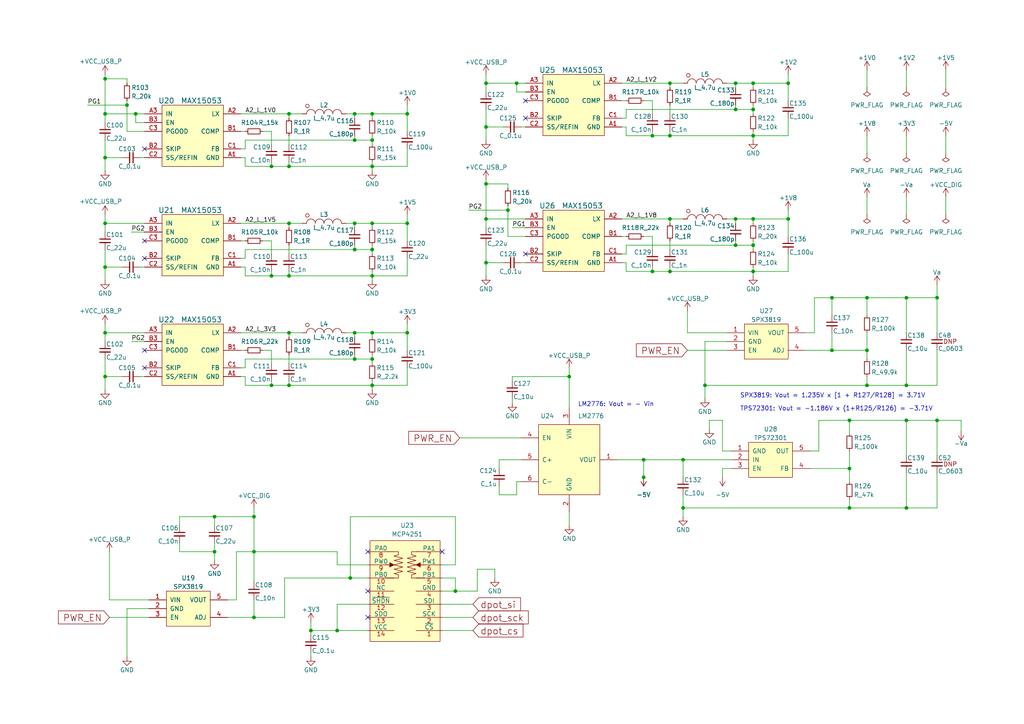
<source format=kicad_sch>
(kicad_sch (version 20250114) (generator "eeschema") (generator_version "9.0")
  (paper "A4")
  (title_block (title "Scopefun Oscilloscope") (rev "v2") (comment 1 "Copyright Dejan Priversek 2017") (comment 2 "Licensed under CERN OHL v.1.2"))
  (text "TPS72301: Vout = -1.186V x (1+R125/R126) = -3.71V" (at 214.63 119.38 0) (effects (font (size 1.27 1.27)) (justify left bottom)))
  (text "LM2776: Vout = - Vin" (at 167.64 118.11 0) (effects (font (size 1.27 1.27)) (justify left bottom)))
  (text "SPX3819: Vout = 1.235V x [1 + R127/R128] = 3.71V" (at 214.63 115.57 0) (effects (font (size 1.27 1.27)) (justify left bottom)))
  (junction (at 246.38 121.92))
  (junction (at 198.12 133.35))
  (junction (at 39.37 33.02))
  (junction (at 271.78 86.36))
  (junction (at 218.44 71.12))
  (junction (at 149.86 24.13))
  (junction (at 118.11 64.77))
  (junction (at 194.31 24.13))
  (junction (at 218.44 63.5))
  (junction (at 198.12 147.32))
  (junction (at 78.74 48.26))
  (junction (at 189.23 39.37))
  (junction (at 246.38 135.89))
  (junction (at 218.44 39.37))
  (junction (at 213.36 24.13))
  (junction (at 140.97 36.83))
  (junction (at 107.95 111.76))
  (junction (at 107.95 80.01))
  (junction (at 186.69 133.35))
  (junction (at 194.31 39.37))
  (junction (at 262.89 86.36))
  (junction (at 107.95 72.39))
  (junction (at 271.78 121.92))
  (junction (at 36.83 30.48))
  (junction (at 62.23 160.02))
  (junction (at 97.79 182.88))
  (junction (at 251.46 101.6))
  (junction (at 83.82 111.76))
  (junction (at 186.69 138.43))
  (junction (at 251.46 111.76))
  (junction (at 140.97 63.5))
  (junction (at 102.87 40.64))
  (junction (at 194.31 63.5))
  (junction (at 83.82 96.52))
  (junction (at 228.6 63.5))
  (junction (at 73.66 160.02))
  (junction (at 83.82 33.02))
  (junction (at 218.44 24.13))
  (junction (at 102.87 64.77))
  (junction (at 30.48 45.72))
  (junction (at 102.87 96.52))
  (junction (at 101.6 167.64))
  (junction (at 30.48 96.52))
  (junction (at 107.95 96.52))
  (junction (at 30.48 33.02))
  (junction (at 241.3 86.36))
  (junction (at 102.87 33.02))
  (junction (at 194.31 78.74))
  (junction (at 30.48 109.22))
  (junction (at 30.48 22.86))
  (junction (at 83.82 64.77))
  (junction (at 140.97 24.13))
  (junction (at 228.6 24.13))
  (junction (at 140.97 53.34))
  (junction (at 73.66 179.07))
  (junction (at 213.36 31.75))
  (junction (at 218.44 31.75))
  (junction (at 140.97 76.2))
  (junction (at 213.36 63.5))
  (junction (at 78.74 80.01))
  (junction (at 107.95 64.77))
  (junction (at 189.23 78.74))
  (junction (at 107.95 33.02))
  (junction (at 204.47 111.76))
  (junction (at 246.38 147.32))
  (junction (at 147.32 60.96))
  (junction (at 241.3 101.6))
  (junction (at 83.82 48.26))
  (junction (at 118.11 96.52))
  (junction (at 218.44 78.74))
  (junction (at 30.48 77.47))
  (junction (at 213.36 71.12))
  (junction (at 262.89 121.92))
  (junction (at 165.1 109.22))
  (junction (at 62.23 149.86))
  (junction (at 107.95 40.64))
  (junction (at 132.08 171.45))
  (junction (at 102.87 104.14))
  (junction (at 102.87 72.39))
  (junction (at 118.11 33.02))
  (junction (at 262.89 111.76))
  (junction (at 262.89 147.32))
  (junction (at 73.66 149.86))
  (junction (at 30.48 64.77))
  (junction (at 251.46 86.36))
  (junction (at 90.17 182.88))
  (junction (at 107.95 104.14))
  (junction (at 83.82 80.01))
  (junction (at 78.74 111.76))
  (junction (at 107.95 48.26))
  (no_connect (at 41.91 43.18))
  (no_connect (at 106.68 179.07))
  (no_connect (at 152.4 29.21))
  (no_connect (at 106.68 160.02))
  (no_connect (at 41.91 101.6))
  (no_connect (at 152.4 34.29))
  (no_connect (at 41.91 69.85))
  (no_connect (at 41.91 106.68))
  (no_connect (at 106.68 171.45))
  (no_connect (at 152.4 73.66))
  (no_connect (at 41.91 74.93))
  (no_connect (at 128.27 160.02))
  (wire (pts (xy 194.31 78.74) (xy 218.44 78.74)))
  (wire (pts (xy 186.69 133.35) (xy 186.69 138.43)))
  (wire (pts (xy 189.23 39.37) (xy 194.31 39.37)))
  (wire (pts (xy 237.49 121.92) (xy 246.38 121.92)))
  (wire (pts (xy 262.89 121.92) (xy 271.78 121.92)))
  (wire (pts (xy 71.12 48.26) (xy 78.74 48.26)))
  (wire (pts (xy 147.32 54.61) (xy 147.32 53.34)))
  (wire (pts (xy 228.6 63.5) (xy 228.6 68.58)))
  (wire (pts (xy 36.83 30.48) (xy 25.4 30.48)))
  (wire (pts (xy 71.12 109.22) (xy 71.12 111.76)))
  (wire (pts (xy 107.95 111.76) (xy 118.11 111.76)))
  (wire (pts (xy 78.74 69.85) (xy 76.2 69.85)))
  (wire (pts (xy 278.765 121.92) (xy 278.765 125.095)))
  (wire (pts (xy 133.35 127) (xy 151.13 127)))
  (wire (pts (xy 97.79 175.26) (xy 97.79 182.88)))
  (wire (pts (xy 107.95 80.01) (xy 118.11 80.01)))
  (wire (pts (xy 78.74 38.1) (xy 78.74 41.91)))
  (wire (pts (xy 149.86 24.13) (xy 152.4 24.13)))
  (wire (pts (xy 228.6 24.13) (xy 228.6 29.21)))
  (wire (pts (xy 71.12 40.64) (xy 102.87 40.64)))
  (wire (pts (xy 228.6 21.59) (xy 228.6 24.13)))
  (wire (pts (xy 138.43 171.45) (xy 138.43 165.1)))
  (wire (pts (xy 30.48 21.59) (xy 30.48 22.86)))
  (wire (pts (xy 180.34 24.13) (xy 194.31 24.13)))
  (wire (pts (xy 140.97 21.59) (xy 140.97 24.13)))
  (wire (pts (xy 71.12 80.01) (xy 78.74 80.01)))
  (wire (pts (xy 241.3 101.6) (xy 241.3 96.52)))
  (wire (pts (xy 213.36 69.85) (xy 213.36 71.12)))
  (wire (pts (xy 144.78 133.35) (xy 151.13 133.35)))
  (wire (pts (xy 143.51 165.1) (xy 143.51 167.64)))
  (wire (pts (xy 149.86 26.67) (xy 149.86 24.13)))
  (wire (pts (xy 73.66 179.07) (xy 73.66 173.99)))
  (wire (pts (xy 83.82 105.41) (xy 83.82 102.87)))
  (wire (pts (xy 83.82 66.04) (xy 83.82 64.77)))
  (wire (pts (xy 78.74 111.76) (xy 83.82 111.76)))
  (wire (pts (xy 148.59 66.04) (xy 152.4 66.04)))
  (wire (pts (xy 274.32 20.32) (xy 274.32 25.4)))
  (wire (pts (xy 151.13 76.2) (xy 152.4 76.2)))
  (wire (pts (xy 68.58 173.99) (xy 66.04 173.99)))
  (wire (pts (xy 228.6 60.96) (xy 228.6 63.5)))
  (wire (pts (xy 90.17 180.34) (xy 90.17 182.88)))
  (wire (pts (xy 204.47 111.76) (xy 204.47 115.57)))
  (wire (pts (xy 35.56 77.47) (xy 30.48 77.47)))
  (wire (pts (xy 40.64 77.47) (xy 41.91 77.47)))
  (wire (pts (xy 40.64 45.72) (xy 41.91 45.72)))
  (wire (pts (xy 83.82 48.26) (xy 107.95 48.26)))
  (wire (pts (xy 30.48 64.77) (xy 30.48 67.31)))
  (wire (pts (xy 140.97 52.07) (xy 140.97 53.34)))
  (wire (pts (xy 132.08 171.45) (xy 138.43 171.45)))
  (wire (pts (xy 118.11 80.01) (xy 118.11 74.93)))
  (wire (pts (xy 194.31 24.13) (xy 198.12 24.13)))
  (wire (pts (xy 181.61 36.83) (xy 181.61 39.37)))
  (wire (pts (xy 107.95 33.02) (xy 107.95 34.29)))
  (wire (pts (xy 36.83 24.13) (xy 36.83 22.86)))
  (wire (pts (xy 102.87 104.14) (xy 107.95 104.14)))
  (wire (pts (xy 218.44 63.5) (xy 228.6 63.5)))
  (wire (pts (xy 71.12 111.76) (xy 78.74 111.76)))
  (wire (pts (xy 209.55 135.89) (xy 209.55 138.43)))
  (wire (pts (xy 213.36 24.13) (xy 218.44 24.13)))
  (wire (pts (xy 149.86 139.7) (xy 151.13 139.7)))
  (wire (pts (xy 90.17 182.88) (xy 90.17 184.15)))
  (wire (pts (xy 68.58 160.02) (xy 68.58 173.99)))
  (wire (pts (xy 251.46 96.52) (xy 251.46 101.6)))
  (wire (pts (xy 179.07 133.35) (xy 186.69 133.35)))
  (wire (pts (xy 138.43 165.1) (xy 143.51 165.1)))
  (wire (pts (xy 262.89 57.15) (xy 262.89 62.23)))
  (wire (pts (xy 213.36 63.5) (xy 213.36 64.77)))
  (wire (pts (xy 132.08 163.83) (xy 128.27 163.83)))
  (wire (pts (xy 128.27 175.26) (xy 137.16 175.26)))
  (wire (pts (xy 218.44 77.47) (xy 218.44 78.74)))
  (wire (pts (xy 271.78 121.92) (xy 278.765 121.92)))
  (wire (pts (xy 140.97 63.5) (xy 140.97 66.04)))
  (wire (pts (xy 97.79 182.88) (xy 106.68 182.88)))
  (wire (pts (xy 218.44 78.74) (xy 218.44 80.01)))
  (wire (pts (xy 69.85 64.77) (xy 83.82 64.77)))
  (wire (pts (xy 237.49 130.81) (xy 237.49 121.92)))
  (wire (pts (xy 180.34 76.2) (xy 181.61 76.2)))
  (wire (pts (xy 78.74 69.85) (xy 78.74 73.66)))
  (wire (pts (xy 43.18 176.53) (xy 36.83 176.53)))
  (wire (pts (xy 62.23 149.86) (xy 73.66 149.86)))
  (wire (pts (xy 118.11 93.98) (xy 118.11 96.52)))
  (wire (pts (xy 189.23 68.58) (xy 186.69 68.58)))
  (wire (pts (xy 97.79 163.83) (xy 106.68 163.83)))
  (wire (pts (xy 30.48 109.22) (xy 30.48 113.03)))
  (wire (pts (xy 181.61 34.29) (xy 180.34 34.29)))
  (wire (pts (xy 83.82 80.01) (xy 107.95 80.01)))
  (wire (pts (xy 251.46 57.15) (xy 251.46 62.23)))
  (wire (pts (xy 262.89 86.36) (xy 262.89 96.52)))
  (wire (pts (xy 78.74 110.49) (xy 78.74 111.76)))
  (wire (pts (xy 40.64 109.22) (xy 41.91 109.22)))
  (wire (pts (xy 82.55 179.07) (xy 82.55 167.64)))
  (wire (pts (xy 39.37 33.02) (xy 41.91 33.02)))
  (wire (pts (xy 102.87 64.77) (xy 107.95 64.77)))
  (wire (pts (xy 271.78 121.92) (xy 271.78 132.08)))
  (wire (pts (xy 180.34 29.21) (xy 181.61 29.21)))
  (wire (pts (xy 140.97 31.75) (xy 140.97 36.83)))
  (wire (pts (xy 78.74 38.1) (xy 76.2 38.1)))
  (wire (pts (xy 62.23 152.4) (xy 62.23 149.86)))
  (wire (pts (xy 181.61 71.12) (xy 181.61 73.66)))
  (wire (pts (xy 71.12 74.93) (xy 69.85 74.93)))
  (wire (pts (xy 209.55 121.92) (xy 205.74 121.92)))
  (wire (pts (xy 83.82 97.79) (xy 83.82 96.52)))
  (wire (pts (xy 78.74 80.01) (xy 83.82 80.01)))
  (wire (pts (xy 62.23 160.02) (xy 62.23 162.56)))
  (wire (pts (xy 73.66 160.02) (xy 73.66 168.91)))
  (wire (pts (xy 147.32 60.96) (xy 135.89 60.96)))
  (wire (pts (xy 251.46 109.22) (xy 251.46 111.76)))
  (wire (pts (xy 218.44 69.85) (xy 218.44 71.12)))
  (wire (pts (xy 194.31 78.74) (xy 194.31 77.47)))
  (wire (pts (xy 71.12 43.18) (xy 69.85 43.18)))
  (wire (pts (xy 165.1 109.22) (xy 165.1 118.11)))
  (wire (pts (xy 274.32 39.37) (xy 274.32 44.45)))
  (wire (pts (xy 83.82 64.77) (xy 87.63 64.77)))
  (wire (pts (xy 69.85 45.72) (xy 71.12 45.72)))
  (wire (pts (xy 83.82 33.02) (xy 87.63 33.02)))
  (wire (pts (xy 68.58 160.02) (xy 73.66 160.02)))
  (wire (pts (xy 102.87 33.02) (xy 107.95 33.02)))
  (wire (pts (xy 31.75 160.02) (xy 31.75 173.99)))
  (wire (pts (xy 30.48 77.47) (xy 30.48 81.28)))
  (wire (pts (xy 209.55 130.81) (xy 209.55 121.92)))
  (wire (pts (xy 246.38 121.92) (xy 262.89 121.92)))
  (wire (pts (xy 69.85 101.6) (xy 71.12 101.6)))
  (wire (pts (xy 271.78 147.32) (xy 271.78 137.16)))
  (wire (pts (xy 83.82 41.91) (xy 83.82 39.37)))
  (wire (pts (xy 234.95 130.81) (xy 237.49 130.81)))
  (wire (pts (xy 36.83 176.53) (xy 36.83 190.5)))
  (wire (pts (xy 218.44 24.13) (xy 218.44 25.4)))
  (wire (pts (xy 218.44 31.75) (xy 218.44 33.02)))
  (wire (pts (xy 78.74 46.99) (xy 78.74 48.26)))
  (wire (pts (xy 83.82 80.01) (xy 83.82 78.74)))
  (wire (pts (xy 36.83 30.48) (xy 36.83 38.1)))
  (wire (pts (xy 241.3 101.6) (xy 251.46 101.6)))
  (wire (pts (xy 147.32 59.69) (xy 147.32 60.96)))
  (wire (pts (xy 181.61 76.2) (xy 181.61 78.74)))
  (wire (pts (xy 241.3 86.36) (xy 251.46 86.36)))
  (wire (pts (xy 181.61 71.12) (xy 213.36 71.12)))
  (wire (pts (xy 218.44 71.12) (xy 218.44 72.39)))
  (wire (pts (xy 118.11 111.76) (xy 118.11 106.68)))
  (wire (pts (xy 107.95 80.01) (xy 107.95 81.28)))
  (wire (pts (xy 212.09 135.89) (xy 209.55 135.89)))
  (wire (pts (xy 102.87 64.77) (xy 102.87 66.04)))
  (wire (pts (xy 78.74 78.74) (xy 78.74 80.01)))
  (wire (pts (xy 262.89 20.32) (xy 262.89 25.4)))
  (wire (pts (xy 198.12 133.35) (xy 198.12 138.43)))
  (wire (pts (xy 140.97 76.2) (xy 140.97 80.01)))
  (wire (pts (xy 262.89 111.76) (xy 251.46 111.76)))
  (wire (pts (xy 83.82 46.99) (xy 83.82 48.26)))
  (wire (pts (xy 107.95 39.37) (xy 107.95 40.64)))
  (wire (pts (xy 204.47 99.06) (xy 204.47 111.76)))
  (wire (pts (xy 69.85 33.02) (xy 83.82 33.02)))
  (wire (pts (xy 194.31 64.77) (xy 194.31 63.5)))
  (wire (pts (xy 118.11 33.02) (xy 118.11 38.1)))
  (wire (pts (xy 181.61 31.75) (xy 213.36 31.75)))
  (wire (pts (xy 233.68 96.52) (xy 236.22 96.52)))
  (wire (pts (xy 218.44 78.74) (xy 228.6 78.74)))
  (wire (pts (xy 198.12 147.32) (xy 198.12 149.86)))
  (wire (pts (xy 140.97 63.5) (xy 152.4 63.5)))
  (wire (pts (xy 128.27 182.88) (xy 137.16 182.88)))
  (wire (pts (xy 199.39 90.17) (xy 199.39 96.52)))
  (wire (pts (xy 69.85 69.85) (xy 71.12 69.85)))
  (wire (pts (xy 102.87 71.12) (xy 102.87 72.39)))
  (wire (pts (xy 213.36 31.75) (xy 218.44 31.75)))
  (wire (pts (xy 228.6 39.37) (xy 228.6 34.29)))
  (wire (pts (xy 189.23 38.1) (xy 189.23 39.37)))
  (wire (pts (xy 102.87 96.52) (xy 102.87 97.79)))
  (wire (pts (xy 234.95 135.89) (xy 246.38 135.89)))
  (wire (pts (xy 30.48 93.98) (xy 30.48 96.52)))
  (wire (pts (xy 199.39 96.52) (xy 210.82 96.52)))
  (wire (pts (xy 71.12 45.72) (xy 71.12 48.26)))
  (wire (pts (xy 107.95 72.39) (xy 107.95 73.66)))
  (wire (pts (xy 102.87 96.52) (xy 107.95 96.52)))
  (wire (pts (xy 43.18 179.07) (xy 31.75 179.07)))
  (wire (pts (xy 148.59 115.57) (xy 148.59 116.84)))
  (wire (pts (xy 149.86 143.51) (xy 149.86 139.7)))
  (wire (pts (xy 101.6 167.64) (xy 106.68 167.64)))
  (wire (pts (xy 73.66 149.86) (xy 73.66 160.02)))
  (wire (pts (xy 140.97 71.12) (xy 140.97 76.2)))
  (wire (pts (xy 69.85 38.1) (xy 71.12 38.1)))
  (wire (pts (xy 106.68 175.26) (xy 97.79 175.26)))
  (wire (pts (xy 274.32 57.15) (xy 274.32 62.23)))
  (wire (pts (xy 107.95 96.52) (xy 107.95 97.79)))
  (wire (pts (xy 83.82 73.66) (xy 83.82 71.12)))
  (wire (pts (xy 62.23 157.48) (xy 62.23 160.02)))
  (wire (pts (xy 189.23 29.21) (xy 186.69 29.21)))
  (wire (pts (xy 140.97 53.34) (xy 140.97 63.5)))
  (wire (pts (xy 194.31 25.4) (xy 194.31 24.13)))
  (wire (pts (xy 262.89 111.76) (xy 262.89 101.6)))
  (wire (pts (xy 52.07 157.48) (xy 52.07 160.02)))
  (wire (pts (xy 69.85 96.52) (xy 83.82 96.52)))
  (wire (pts (xy 236.22 96.52) (xy 236.22 86.36)))
  (wire (pts (xy 165.1 106.68) (xy 165.1 109.22)))
  (wire (pts (xy 38.1 67.31) (xy 41.91 67.31)))
  (wire (pts (xy 30.48 33.02) (xy 30.48 35.56)))
  (wire (pts (xy 246.38 147.32) (xy 246.38 144.78)))
  (wire (pts (xy 210.82 24.13) (xy 213.36 24.13)))
  (wire (pts (xy 251.46 101.6) (xy 251.46 104.14)))
  (wire (pts (xy 71.12 72.39) (xy 71.12 74.93)))
  (wire (pts (xy 181.61 73.66) (xy 180.34 73.66)))
  (wire (pts (xy 90.17 182.88) (xy 97.79 182.88)))
  (wire (pts (xy 107.95 96.52) (xy 118.11 96.52)))
  (wire (pts (xy 181.61 39.37) (xy 189.23 39.37)))
  (wire (pts (xy 271.78 82.55) (xy 271.78 86.36)))
  (wire (pts (xy 73.66 160.02) (xy 97.79 160.02)))
  (wire (pts (xy 35.56 45.72) (xy 30.48 45.72)))
  (wire (pts (xy 213.36 71.12) (xy 218.44 71.12)))
  (wire (pts (xy 218.44 39.37) (xy 218.44 40.64)))
  (wire (pts (xy 246.38 130.81) (xy 246.38 135.89)))
  (wire (pts (xy 107.95 110.49) (xy 107.95 111.76)))
  (wire (pts (xy 69.85 109.22) (xy 71.12 109.22)))
  (wire (pts (xy 148.59 109.22) (xy 165.1 109.22)))
  (wire (pts (xy 71.12 106.68) (xy 69.85 106.68)))
  (wire (pts (xy 128.27 179.07) (xy 137.16 179.07)))
  (wire (pts (xy 262.89 121.92) (xy 262.89 132.08)))
  (wire (pts (xy 31.75 173.99) (xy 43.18 173.99)))
  (wire (pts (xy 107.95 64.77) (xy 107.95 66.04)))
  (wire (pts (xy 262.89 147.32) (xy 262.89 137.16)))
  (wire (pts (xy 107.95 71.12) (xy 107.95 72.39)))
  (wire (pts (xy 180.34 63.5) (xy 194.31 63.5)))
  (wire (pts (xy 146.05 36.83) (xy 140.97 36.83)))
  (wire (pts (xy 210.82 63.5) (xy 213.36 63.5)))
  (wire (pts (xy 102.87 72.39) (xy 107.95 72.39)))
  (wire (pts (xy 198.12 133.35) (xy 212.09 133.35)))
  (wire (pts (xy 30.48 22.86) (xy 30.48 33.02)))
  (wire (pts (xy 128.27 167.64) (xy 132.08 167.64)))
  (wire (pts (xy 107.95 33.02) (xy 118.11 33.02)))
  (wire (pts (xy 107.95 48.26) (xy 107.95 49.53)))
  (wire (pts (xy 52.07 160.02) (xy 62.23 160.02)))
  (wire (pts (xy 210.82 99.06) (xy 204.47 99.06)))
  (wire (pts (xy 30.48 96.52) (xy 30.48 99.06)))
  (wire (pts (xy 71.12 104.14) (xy 71.12 106.68)))
  (wire (pts (xy 90.17 190.5) (xy 90.17 189.23)))
  (wire (pts (xy 198.12 143.51) (xy 198.12 147.32)))
  (wire (pts (xy 101.6 149.86) (xy 101.6 167.64)))
  (wire (pts (xy 100.33 33.02) (xy 102.87 33.02)))
  (wire (pts (xy 251.46 20.32) (xy 251.46 25.4)))
  (wire (pts (xy 189.23 77.47) (xy 189.23 78.74)))
  (wire (pts (xy 189.23 68.58) (xy 189.23 72.39)))
  (wire (pts (xy 213.36 30.48) (xy 213.36 31.75)))
  (wire (pts (xy 41.91 64.77) (xy 30.48 64.77)))
  (wire (pts (xy 30.48 40.64) (xy 30.48 45.72)))
  (wire (pts (xy 83.82 111.76) (xy 107.95 111.76)))
  (wire (pts (xy 194.31 72.39) (xy 194.31 69.85)))
  (wire (pts (xy 132.08 167.64) (xy 132.08 171.45)))
  (wire (pts (xy 102.87 40.64) (xy 107.95 40.64)))
  (wire (pts (xy 39.37 35.56) (xy 39.37 33.02)))
  (wire (pts (xy 102.87 102.87) (xy 102.87 104.14)))
  (wire (pts (xy 41.91 96.52) (xy 30.48 96.52)))
  (wire (pts (xy 78.74 101.6) (xy 78.74 105.41)))
  (wire (pts (xy 212.09 130.81) (xy 209.55 130.81)))
  (wire (pts (xy 181.61 78.74) (xy 189.23 78.74)))
  (wire (pts (xy 218.44 24.13) (xy 228.6 24.13)))
  (wire (pts (xy 118.11 96.52) (xy 118.11 101.6)))
  (wire (pts (xy 210.82 101.6) (xy 199.39 101.6)))
  (wire (pts (xy 140.97 36.83) (xy 140.97 40.64)))
  (wire (pts (xy 107.95 111.76) (xy 107.95 113.03)))
  (wire (pts (xy 218.44 39.37) (xy 228.6 39.37)))
  (wire (pts (xy 146.05 76.2) (xy 140.97 76.2)))
  (wire (pts (xy 218.44 38.1) (xy 218.44 39.37)))
  (wire (pts (xy 30.48 33.02) (xy 39.37 33.02)))
  (wire (pts (xy 102.87 39.37) (xy 102.87 40.64)))
  (wire (pts (xy 194.31 38.1) (xy 194.31 39.37)))
  (wire (pts (xy 107.95 64.77) (xy 118.11 64.77)))
  (wire (pts (xy 35.56 109.22) (xy 30.48 109.22)))
  (wire (pts (xy 38.1 99.06) (xy 41.91 99.06)))
  (wire (pts (xy 147.32 68.58) (xy 152.4 68.58)))
  (wire (pts (xy 186.69 133.35) (xy 198.12 133.35)))
  (wire (pts (xy 118.11 62.23) (xy 118.11 64.77)))
  (wire (pts (xy 271.78 86.36) (xy 271.78 96.52)))
  (wire (pts (xy 236.22 86.36) (xy 241.3 86.36)))
  (wire (pts (xy 205.74 121.92) (xy 205.74 124.46)))
  (wire (pts (xy 262.89 86.36) (xy 271.78 86.36)))
  (wire (pts (xy 140.97 24.13) (xy 140.97 26.67)))
  (wire (pts (xy 165.1 148.59) (xy 165.1 152.4)))
  (wire (pts (xy 100.33 96.52) (xy 102.87 96.52)))
  (wire (pts (xy 213.36 25.4) (xy 213.36 24.13)))
  (wire (pts (xy 147.32 53.34) (xy 140.97 53.34)))
  (wire (pts (xy 107.95 48.26) (xy 118.11 48.26)))
  (wire (pts (xy 271.78 111.76) (xy 262.89 111.76)))
  (wire (pts (xy 180.34 36.83) (xy 181.61 36.83)))
  (wire (pts (xy 251.46 111.76) (xy 204.47 111.76)))
  (wire (pts (xy 118.11 30.48) (xy 118.11 33.02)))
  (wire (pts (xy 262.89 147.32) (xy 271.78 147.32)))
  (wire (pts (xy 181.61 31.75) (xy 181.61 34.29)))
  (wire (pts (xy 30.48 45.72) (xy 30.48 49.53)))
  (wire (pts (xy 107.95 102.87) (xy 107.95 104.14)))
  (wire (pts (xy 78.74 48.26) (xy 83.82 48.26)))
  (wire (pts (xy 118.11 64.77) (xy 118.11 69.85)))
  (wire (pts (xy 107.95 104.14) (xy 107.95 105.41)))
  (wire (pts (xy 73.66 179.07) (xy 82.55 179.07)))
  (wire (pts (xy 152.4 26.67) (xy 149.86 26.67)))
  (wire (pts (xy 198.12 147.32) (xy 246.38 147.32)))
  (wire (pts (xy 251.46 86.36) (xy 251.46 91.44)))
  (wire (pts (xy 36.83 38.1) (xy 41.91 38.1)))
  (wire (pts (xy 83.82 34.29) (xy 83.82 33.02)))
  (wire (pts (xy 132.08 149.86) (xy 132.08 163.83)))
  (wire (pts (xy 30.48 104.14) (xy 30.48 109.22)))
  (wire (pts (xy 82.55 167.64) (xy 101.6 167.64)))
  (wire (pts (xy 233.68 101.6) (xy 241.3 101.6)))
  (wire (pts (xy 213.36 63.5) (xy 218.44 63.5)))
  (wire (pts (xy 71.12 72.39) (xy 102.87 72.39)))
  (wire (pts (xy 41.91 35.56) (xy 39.37 35.56)))
  (wire (pts (xy 118.11 48.26) (xy 118.11 43.18)))
  (wire (pts (xy 73.66 147.32) (xy 73.66 149.86)))
  (wire (pts (xy 251.46 39.37) (xy 251.46 44.45)))
  (wire (pts (xy 218.44 30.48) (xy 218.44 31.75)))
  (wire (pts (xy 78.74 101.6) (xy 76.2 101.6)))
  (wire (pts (xy 36.83 22.86) (xy 30.48 22.86)))
  (wire (pts (xy 30.48 72.39) (xy 30.48 77.47)))
  (wire (pts (xy 107.95 46.99) (xy 107.95 48.26)))
  (wire (pts (xy 71.12 104.14) (xy 102.87 104.14)))
  (wire (pts (xy 194.31 33.02) (xy 194.31 30.48)))
  (wire (pts (xy 36.83 29.21) (xy 36.83 30.48)))
  (wire (pts (xy 246.38 135.89) (xy 246.38 139.7)))
  (wire (pts (xy 147.32 60.96) (xy 147.32 68.58)))
  (wire (pts (xy 194.31 39.37) (xy 218.44 39.37)))
  (wire (pts (xy 144.78 135.89) (xy 144.78 133.35)))
  (wire (pts (xy 128.27 171.45) (xy 132.08 171.45)))
  (wire (pts (xy 144.78 140.97) (xy 144.78 143.51)))
  (wire (pts (xy 148.59 110.49) (xy 148.59 109.22)))
  (wire (pts (xy 101.6 149.86) (xy 132.08 149.86)))
  (wire (pts (xy 194.31 63.5) (xy 198.12 63.5)))
  (wire (pts (xy 144.78 143.51) (xy 149.86 143.51)))
  (wire (pts (xy 52.07 149.86) (xy 62.23 149.86)))
  (wire (pts (xy 241.3 91.44) (xy 241.3 86.36)))
  (wire (pts (xy 97.79 160.02) (xy 97.79 163.83)))
  (wire (pts (xy 246.38 121.92) (xy 246.38 125.73)))
  (wire (pts (xy 69.85 77.47) (xy 71.12 77.47)))
  (wire (pts (xy 228.6 78.74) (xy 228.6 73.66)))
  (wire (pts (xy 271.78 101.6) (xy 271.78 111.76)))
  (wire (pts (xy 107.95 40.64) (xy 107.95 41.91)))
  (wire (pts (xy 251.46 86.36) (xy 262.89 86.36)))
  (wire (pts (xy 52.07 149.86) (xy 52.07 152.4)))
  (wire (pts (xy 189.23 29.21) (xy 189.23 33.02)))
  (wire (pts (xy 140.97 24.13) (xy 149.86 24.13)))
  (wire (pts (xy 180.34 68.58) (xy 181.61 68.58)))
  (wire (pts (xy 218.44 63.5) (xy 218.44 64.77)))
  (wire (pts (xy 66.04 179.07) (xy 73.66 179.07)))
  (wire (pts (xy 100.33 64.77) (xy 102.87 64.77)))
  (wire (pts (xy 246.38 147.32) (xy 262.89 147.32)))
  (wire (pts (xy 71.12 77.47) (xy 71.12 80.01)))
  (wire (pts (xy 30.48 62.23) (xy 30.48 64.77)))
  (wire (pts (xy 189.23 78.74) (xy 194.31 78.74)))
  (wire (pts (xy 83.82 111.76) (xy 83.82 110.49)))
  (wire (pts (xy 262.89 39.37) (xy 262.89 44.45)))
  (wire (pts (xy 102.87 34.29) (xy 102.87 33.02)))
  (wire (pts (xy 83.82 96.52) (xy 87.63 96.52)))
  (wire (pts (xy 107.95 78.74) (xy 107.95 80.01)))
  (wire (pts (xy 151.13 36.83) (xy 152.4 36.83)))
  (wire (pts (xy 71.12 40.64) (xy 71.12 43.18)))
  (label "A2_L_1V2" (at 181.61 24.13 0))
  (label "A2_L_1V5" (at 71.12 64.77 0))
  (label "PG1" (at 148.59 66.04 0))
  (label "PG2" (at 38.1 67.31 0))
  (label "A2_L_3V3" (at 71.12 96.52 0))
  (label "PG2" (at 135.89 60.96 0))
  (label "A2_L_1V8" (at 181.61 63.5 0))
  (label "PG2" (at 38.1 99.06 0))
  (label "PG1" (at 25.4 30.48 0))
  (label "A2_L_1V0" (at 71.12 33.02 0))
  (global_label "dpot_sck" (shape input) (at 137.16 179.07 0) (effects (font (size 1.905 1.905))) (property "Intersheetrefs" "${INTERSHEET_REFS}" (effects (hide yes))))
  (global_label "PWR_EN" (shape input) (at 31.75 179.07 180) (effects (font (size 1.905 1.905))) (property "Intersheetrefs" "${INTERSHEET_REFS}" (effects (hide yes))))
  (global_label "dpot_cs" (shape input) (at 137.16 182.88 0) (effects (font (size 1.905 1.905))) (property "Intersheetrefs" "${INTERSHEET_REFS}" (effects (hide yes))))
  (global_label "PWR_EN" (shape input) (at 199.39 101.6 180) (effects (font (size 1.905 1.905))) (property "Intersheetrefs" "${INTERSHEET_REFS}" (effects (hide yes))))
  (global_label "PWR_EN" (shape input) (at 133.35 127 180) (effects (font (size 1.905 1.905))) (property "Intersheetrefs" "${INTERSHEET_REFS}" (effects (hide yes))))
  (global_label "dpot_si" (shape input) (at 137.16 175.26 0) (effects (font (size 1.905 1.905))) (property "Intersheetrefs" "${INTERSHEET_REFS}" (effects (hide yes))))
  (symbol (lib_name "GND_37") (lib_id "Scopefun_v2-rescue:GND") (at 204.47 115.57 0) (unit 1)
    (property "Reference" "#PWR0216" (effects (hide yes)))
    (property "Value" "GND" (at 204.47 119.38 0))
  )
  (symbol (lib_id "ScopefunParts:+Va") (at 271.78 82.55 0) (unit 1)
    (property "Reference" "#PWR0217" (effects (hide yes)))
    (property "Value" "Va" (at 271.78 78.994 0))
  )
  (symbol (lib_id "ScopefunParts:C_10n") (at 241.3 93.98 0) (unit 1)
    (property "Reference" "C137" (at 241.554 92.202 0) (effects (justify left)))
    (property "Value" "C_10n" (at 241.554 96.012 0) (effects (justify left)))
    (property "Footprint" "ScopefunPackagesLibrary:C_0603" (effects (hide yes)))
    (property "MFG Part#" "GRM1885C1H103JA01D" (effects (hide yes)))
    (property "Description" "MLCC - SMD/SMT 0603 50V C0G 5%" (effects (hide yes)))
  )
  (symbol (lib_id "ScopefunParts:+VCC_USB_P") (at 31.75 160.02 0) (unit 1)
    (property "Reference" "#PWR0218" (effects (hide yes)))
    (property "Value" "+VCC_USB_P" (at 31.75 156.464 0))
  )
  (symbol (lib_name "GND_20") (lib_id "Scopefun_v2-rescue:GND") (at 36.83 190.5 0) (unit 1)
    (property "Reference" "#PWR0219" (effects (hide yes)))
    (property "Value" "GND" (at 36.83 194.31 0))
  )
  (symbol (lib_id "ScopefunParts:C_10n") (at 73.66 171.45 0) (unit 1)
    (property "Reference" "C108" (at 73.914 169.672 0) (effects (justify left)))
    (property "Value" "C_10n" (at 73.914 173.482 0) (effects (justify left)))
    (property "Footprint" "ScopefunPackagesLibrary:C_0603" (effects (hide yes)))
    (property "MFG Part#" "GRM1885C1H103JA01D" (effects (hide yes)))
    (property "Description" "MLCC - SMD/SMT 0603 50V C0G 5%" (effects (hide yes)))
  )
  (symbol (lib_name "GND_24") (lib_id "Scopefun_v2-rescue:GND") (at 143.51 167.64 0) (unit 1)
    (property "Reference" "#PWR0220" (effects (hide yes)))
    (property "Value" "GND" (at 143.51 171.45 0))
  )
  (symbol (lib_id "ScopefunParts:+3.3V") (at 90.17 180.34 0) (unit 1)
    (property "Reference" "#PWR0221" (effects (hide yes)))
    (property "Value" "+3V3" (at 90.17 176.784 0))
  )
  (symbol (lib_id "ScopefunParts:C_1u") (at 144.78 138.43 180) (unit 1)
    (property "Reference" "C124" (at 144.145 136.525 0) (effects (justify left)))
    (property "Value" "C_1u" (at 144.145 140.335 0) (effects (justify left)))
    (property "Footprint" "ScopefunPackagesLibrary:C_0603" (effects (hide yes)))
    (property "MFG Part#" "C0603C105K9PACTU" (effects (hide yes)))
    (property "Description" "MLCC - SMD/SMT 0603 6.3V X5R 10%" (effects (hide yes)))
  )
  (symbol (lib_name "GND_22") (lib_id "Scopefun_v2-rescue:GND") (at 62.23 162.56 0) (unit 1)
    (property "Reference" "#PWR0222" (effects (hide yes)))
    (property "Value" "GND" (at 62.23 166.37 0))
  )
  (symbol (lib_name "GND_36") (lib_id "Scopefun_v2-rescue:GND") (at 165.1 152.4 0) (unit 1)
    (property "Reference" "#PWR0224" (effects (hide yes)))
    (property "Value" "GND" (at 165.1 156.21 0))
  )
  (symbol (lib_id "ScopefunParts:C_0.1u") (at 90.17 186.69 0) (unit 1)
    (property "Reference" "C115" (at 90.424 184.912 0) (effects (justify left)))
    (property "Value" "C_0.1u" (at 90.424 188.722 0) (effects (justify left)))
    (property "Footprint" "ScopefunPackagesLibrary:C_0603" (effects (hide yes)))
    (property "MFG Part#" "C0603C104K4RACTU" (effects (hide yes)))
    (property "Description" "MLCC - SMD/SMT 0603 16V X7R 10%" (effects (hide yes)))
  )
  (symbol (lib_name "GND_21") (lib_id "Scopefun_v2-rescue:GND") (at 90.17 190.5 0) (unit 1)
    (property "Reference" "#PWR0223" (effects (hide yes)))
    (property "Value" "GND" (at 90.17 194.31 0))
  )
  (symbol (lib_id "ScopefunParts:+VCC_USB_P") (at 165.1 106.68 0) (unit 1)
    (property "Reference" "#PWR0225" (effects (hide yes)))
    (property "Value" "+VCC_USB_P" (at 165.1 103.124 0))
  )
  (symbol (lib_name "GND_25") (lib_id "Scopefun_v2-rescue:GND") (at 148.59 116.84 0) (unit 1)
    (property "Reference" "#PWR0226" (effects (hide yes)))
    (property "Value" "GND" (at 148.59 120.65 0))
  )
  (symbol (lib_id "ScopefunParts:C_10u") (at 198.12 140.97 0) (unit 1)
    (property "Reference" "C132" (at 198.374 139.192 0) (effects (justify left)))
    (property "Value" "C_10u" (at 198.374 143.002 0) (effects (justify left)))
    (property "Footprint" "ScopefunPackagesLibrary:C_0603" (effects (hide yes)))
    (property "MFG Part#" "GRM188R60J106KE47D" (effects (hide yes)))
    (property "Description" "MLCC - SMD/SMT 0603 6.3V X5R 10%" (effects (hide yes)))
  )
  (symbol (lib_name "GND_35") (lib_id "Scopefun_v2-rescue:GND") (at 198.12 149.86 0) (unit 1)
    (property "Reference" "#PWR0227" (effects (hide yes)))
    (property "Value" "GND" (at 198.12 153.67 0))
  )
  (symbol (lib_name "GND_38") (lib_id "Scopefun_v2-rescue:GND") (at 205.74 124.46 0) (unit 1)
    (property "Reference" "#PWR0228" (effects (hide yes)))
    (property "Value" "GND" (at 205.74 128.27 0))
  )
  (symbol (lib_id "ScopefunParts:-5V") (at 186.69 138.43 180) (unit 1)
    (property "Reference" "#PWR0229" (effects (hide yes)))
    (property "Value" "-5V" (at 186.69 143.51 0))
  )
  (symbol (lib_id "ScopefunParts:R_100k") (at 246.38 128.27 0) (unit 1)
    (property "Reference" "R125" (at 247.65 127 0) (effects (justify left)))
    (property "Value" "R_100k" (at 247.65 129.54 0) (effects (justify left)))
    (property "Footprint" "ScopefunPackagesLibrary:R_0603" (effects (hide yes)))
    (property "Datasheet" "http://industrial.panasonic.com/cdbs/www-data/pdf/AOA0000/AOA0000CE2.pdf" (effects (hide yes)))
    (property "MFG Part#" "ERJ-3EKF1003V" (effects (hide yes)))
    (property "Description" "RES SMD 1% 1/10W 0603" (effects (hide yes)))
  )
  (symbol (lib_id "ScopefunParts:-Va") (at 278.765 125.095 180) (unit 1)
    (property "Reference" "#PWR0230" (effects (hide yes)))
    (property "Value" "-Va" (at 278.765 128.651 0))
  )
  (symbol (lib_name "PWR_FLAG_13") (lib_id "Scopefun_v2-rescue:PWR_FLAG") (at 262.89 44.45 180) (unit 1)
    (property "Reference" "#FLG0231" (effects (hide yes)))
    (property "Value" "PWR_FLAG" (at 262.89 49.53 0))
  )
  (symbol (lib_name "PWR_FLAG_10") (lib_id "Scopefun_v2-rescue:PWR_FLAG") (at 262.89 25.4 180) (unit 1)
    (property "Reference" "#FLG0232" (effects (hide yes)))
    (property "Value" "PWR_FLAG" (at 262.89 30.48 0))
  )
  (symbol (lib_name "PWR_FLAG_17") (lib_id "Scopefun_v2-rescue:PWR_FLAG") (at 262.89 62.23 180) (unit 1)
    (property "Reference" "#FLG0233" (effects (hide yes)))
    (property "Value" "PWR_FLAG" (at 262.89 67.31 0))
  )
  (symbol (lib_name "PWR_FLAG_18") (lib_id "Scopefun_v2-rescue:PWR_FLAG") (at 251.46 62.23 180) (unit 1)
    (property "Reference" "#FLG0234" (effects (hide yes)))
    (property "Value" "PWR_FLAG" (at 251.46 67.31 0))
  )
  (symbol (lib_id "ScopefunParts:+1.2V") (at 262.89 20.32 0) (unit 1)
    (property "Reference" "#PWR0235" (effects (hide yes)))
    (property "Value" "+1V2" (at 262.89 16.764 0))
  )
  (symbol (lib_id "ScopefunParts:+3.3V") (at 262.89 39.37 0) (unit 1)
    (property "Reference" "#PWR0236" (effects (hide yes)))
    (property "Value" "+3V3" (at 262.89 35.814 0))
  )
  (symbol (lib_id "ScopefunParts:+Va") (at 251.46 57.15 0) (unit 1)
    (property "Reference" "#PWR0237" (effects (hide yes)))
    (property "Value" "Va" (at 251.46 53.594 0))
  )
  (symbol (lib_id "ScopefunParts:-Va") (at 262.89 57.15 0) (unit 1)
    (property "Reference" "#PWR0238" (effects (hide yes)))
    (property "Value" "-Va" (at 262.89 53.594 0))
  )
  (symbol (lib_name "PWR_FLAG_12") (lib_id "Scopefun_v2-rescue:PWR_FLAG") (at 274.32 44.45 180) (unit 1)
    (property "Reference" "#FLG0239" (effects (hide yes)))
    (property "Value" "PWR_FLAG" (at 274.32 49.53 0))
  )
  (symbol (lib_name "PWR_FLAG_16") (lib_id "Scopefun_v2-rescue:PWR_FLAG") (at 274.32 62.23 180) (unit 1)
    (property "Reference" "#FLG0240" (effects (hide yes)))
    (property "Value" "PWR_FLAG" (at 274.32 67.31 0))
  )
  (symbol (lib_id "ScopefunParts:+VCC_DIG") (at 274.32 57.15 0) (unit 1)
    (property "Reference" "#PWR0241" (effects (hide yes)))
    (property "Value" "+VCC_DIG" (at 274.32 53.594 0))
  )
  (symbol (lib_id "ScopefunParts:-5V") (at 274.32 39.37 0) (unit 1)
    (property "Reference" "#PWR0242" (effects (hide yes)))
    (property "Value" "-5V" (at 274.32 35.814 0))
  )
  (symbol (lib_id "ScopefunParts:+3.3V") (at 118.11 93.98 0) (unit 1)
    (property "Reference" "#PWR0243" (effects (hide yes)))
    (property "Value" "+3V3" (at 118.11 90.424 0))
  )
  (symbol (lib_id "ScopefunParts:+VCC_USB_P") (at 30.48 21.59 0) (unit 1)
    (property "Reference" "#PWR0244" (effects (hide yes)))
    (property "Value" "+VCC_USB_P" (at 29.21 17.78 0))
  )
  (symbol (lib_name "GND_28") (lib_id "Scopefun_v2-rescue:GND") (at 30.48 49.53 0) (unit 1)
    (property "Reference" "#PWR0245" (effects (hide yes)))
    (property "Value" "GND" (at 30.48 53.34 0))
  )
  (symbol (lib_id "ScopefunParts:+1.2V") (at 228.6 21.59 0) (unit 1)
    (property "Reference" "#PWR0246" (effects (hide yes)))
    (property "Value" "+1V2" (at 228.6 18.034 0))
  )
  (symbol (lib_id "ScopefunParts:+1.8V") (at 228.6 60.96 0) (unit 1)
    (property "Reference" "#PWR0247" (effects (hide yes)))
    (property "Value" "+1V8" (at 228.6 57.404 0))
  )
  (symbol (lib_id "ScopefunParts:+1.0V") (at 118.11 30.48 0) (unit 1)
    (property "Reference" "#PWR0248" (effects (hide yes)))
    (property "Value" "+1V0" (at 118.11 26.924 0))
  )
  (symbol (lib_name "PWR_FLAG_15") (lib_id "Scopefun_v2-rescue:PWR_FLAG") (at 251.46 25.4 180) (unit 1)
    (property "Reference" "#FLG0249" (effects (hide yes)))
    (property "Value" "PWR_FLAG" (at 251.46 30.48 0))
  )
  (symbol (lib_name "PWR_FLAG_14") (lib_id "Scopefun_v2-rescue:PWR_FLAG") (at 251.46 44.45 180) (unit 1)
    (property "Reference" "#FLG0250" (effects (hide yes)))
    (property "Value" "PWR_FLAG" (at 251.46 49.53 0))
  )
  (symbol (lib_id "ScopefunParts:+1.0V") (at 251.46 20.32 0) (unit 1)
    (property "Reference" "#PWR0251" (effects (hide yes)))
    (property "Value" "+1V0" (at 251.46 16.764 0))
  )
  (symbol (lib_id "ScopefunParts:+1.8V") (at 251.46 39.37 0) (unit 1)
    (property "Reference" "#PWR0252" (effects (hide yes)))
    (property "Value" "+1V8" (at 251.46 35.814 0))
  )
  (symbol (lib_name "MAX15053-RESCUE-Scopefun_v155_8") (lib_id "Scopefun_v2-rescue:MAX15053-RESCUE-Scopefun_v155") (at 55.88 40.64 0) (unit 1)
    (property "Reference" "U20" (at 48.26 29.21 0) (effects (font (size 1.524 1.524))))
    (property "Value" "MAX15053" (at 58.42 29.21 0) (effects (font (size 1.524 1.524))))
    (property "Footprint" "ScopefunPackagesLibrary:WLP-9" (effects (hide yes)))
    (property "Datasheet" "https://datasheets.maximintegrated.com/en/ds/MAX15053.pdf" (effects (hide yes)))
    (property "MFG Part#" "MAX15053EWL+T" (effects (hide yes)))
    (property "Description" "High-Efficiency, 2A, Current-Mode Synchronous, Step-Down Switching Regulator" (effects (hide yes)))
  )
  (symbol (lib_id "ScopefunParts:R_10k") (at 107.95 36.83 0) (unit 1)
    (property "Reference" "R110" (at 109.22 35.56 0) (effects (justify left)))
    (property "Value" "R_10k" (at 109.22 38.1 0) (effects (justify left)))
    (property "Footprint" "ScopefunPackagesLibrary:R_0603" (effects (hide yes)))
    (property "Datasheet" "http://industrial.panasonic.com/cdbs/www-data/pdf/AOA0000/AOA0000CE2.pdf" (effects (hide yes)))
    (property "MFG Part#" "ERJ-3EKF1002V" (effects (hide yes)))
    (property "Description" "RES SMD 1% 1/10W 0603" (effects (hide yes)))
  )
  (symbol (lib_id "ScopefunParts:R_15k") (at 107.95 44.45 0) (unit 1)
    (property "Reference" "R111" (at 109.22 43.18 0) (effects (justify left)))
    (property "Value" "R_15k" (at 109.22 45.72 0) (effects (justify left)))
    (property "Footprint" "ScopefunPackagesLibrary:R_0603" (effects (hide yes)))
    (property "Datasheet" "http://industrial.panasonic.com/cdbs/www-data/pdf/AOA0000/AOA0000CE2.pdf" (effects (hide yes)))
    (property "MFG Part#" "ERJ-3EKF1502V" (effects (hide yes)))
    (property "Description" "RES SMD 1% 1/10W 0603" (effects (hide yes)))
  )
  (symbol (lib_name "GND_32") (lib_id "Scopefun_v2-rescue:GND") (at 107.95 49.53 0) (unit 1)
    (property "Reference" "#PWR0253" (effects (hide yes)))
    (property "Value" "GND" (at 107.95 53.34 0))
  )
  (symbol (lib_name "PWR_FLAG_11") (lib_id "Scopefun_v2-rescue:PWR_FLAG") (at 274.32 25.4 180) (unit 1)
    (property "Reference" "#FLG0254" (effects (hide yes)))
    (property "Value" "PWR_FLAG" (at 274.32 30.48 0))
  )
  (symbol (lib_id "ScopefunParts:R_1R") (at 83.82 36.83 0) (unit 1)
    (property "Reference" "R107" (at 85.09 35.56 0) (effects (justify left)))
    (property "Value" "R_1R" (at 85.09 38.1 0) (effects (justify left)))
    (property "Footprint" "ScopefunPackagesLibrary:R_0603" (effects (hide yes)))
    (property "Datasheet" "https://industrial.panasonic.com/ww/products/resistors/chip-resistors/chip-resistors/thick-film-chip-resistors/ERJ3GEYJ1R0V" (effects (hide yes)))
    (property "MFG Part#" "ERJ-3GEYJ1R0V" (effects (hide yes)))
    (property "Description" "RES SMD 5% 1/10W 0603" (effects (hide yes)))
  )
  (symbol (lib_id "ScopefunParts:C_1n") (at 83.82 44.45 0) (unit 1)
    (property "Reference" "C112" (at 84.074 42.672 0) (effects (justify left)))
    (property "Value" "C_1n" (at 84.074 46.482 0) (effects (justify left)))
    (property "Footprint" "ScopefunPackagesLibrary:C_0603" (effects (hide yes)))
    (property "MFG Part#" "C1608X7R1H102K080AE" (effects (hide yes)))
    (property "Description" "MLCC - SMD/SMT 0603 50V X7R 10%" (effects (hide yes)))
  )
  (symbol (lib_id "ScopefunParts:C_10n") (at 78.74 44.45 0) (mirror y) (unit 1)
    (property "Reference" "C109" (at 78.486 42.672 0) (effects (justify left)))
    (property "Value" "C_10n" (at 78.486 46.482 0) (effects (justify left)))
    (property "Footprint" "ScopefunPackagesLibrary:C_0603" (effects (hide yes)))
    (property "MFG Part#" "GRM1885C1H103JA01D" (effects (hide yes)))
    (property "Description" "MLCC - SMD/SMT 0603 50V C0G 5%" (effects (hide yes)))
  )
  (symbol (lib_id "ScopefunParts:+1.5V") (at 274.32 20.32 0) (unit 1)
    (property "Reference" "#PWR0255" (effects (hide yes)))
    (property "Value" "+1V5" (at 274.32 16.764 0))
  )
  (symbol (lib_id "ScopefunParts:C_22u") (at 30.48 38.1 0) (unit 1)
    (property "Reference" "C100" (at 30.734 36.322 0) (effects (justify left)))
    (property "Value" "C_22u" (at 30.734 40.132 0) (effects (justify left)))
    (property "Footprint" "ScopefunPackagesLibrary:C_0805" (effects (hide yes)))
    (property "MFG Part#" "LMK212BBJ226MG-T" (effects (hide yes)))
    (property "Description" "MLCC - SMD/SMT 0805 10V X5R 20%" (effects (hide yes)))
  )
  (symbol (lib_id "ScopefunParts:+VCC_USB_P") (at 30.48 62.23 0) (unit 1)
    (property "Reference" "#PWR0256" (effects (hide yes)))
    (property "Value" "+VCC_USB_P" (at 29.21 58.42 0))
  )
  (symbol (lib_name "GND_27") (lib_id "Scopefun_v2-rescue:GND") (at 30.48 81.28 0) (unit 1)
    (property "Reference" "#PWR0257" (effects (hide yes)))
    (property "Value" "GND" (at 30.48 85.09 0))
  )
  (symbol (lib_name "MAX15053-RESCUE-Scopefun_v155_7") (lib_id "Scopefun_v2-rescue:MAX15053-RESCUE-Scopefun_v155") (at 55.88 72.39 0) (unit 1)
    (property "Reference" "U21" (at 48.26 60.96 0) (effects (font (size 1.524 1.524))))
    (property "Value" "MAX15053" (at 58.42 60.96 0) (effects (font (size 1.524 1.524))))
    (property "Footprint" "ScopefunPackagesLibrary:WLP-9" (effects (hide yes)))
    (property "Datasheet" "https://datasheets.maximintegrated.com/en/ds/MAX15053.pdf" (effects (hide yes)))
    (property "MFG Part#" "MAX15053EWL+T" (effects (hide yes)))
    (property "Description" "High-Efficiency, 2A, Current-Mode Synchronous, Step-Down Switching Regulator" (effects (hide yes)))
  )
  (symbol (lib_id "ScopefunParts:R_10k") (at 107.95 76.2 0) (unit 1)
    (property "Reference" "R113" (at 109.22 74.93 0) (effects (justify left)))
    (property "Value" "R_10k" (at 109.22 77.47 0) (effects (justify left)))
    (property "Footprint" "ScopefunPackagesLibrary:R_0603" (effects (hide yes)))
    (property "Datasheet" "http://industrial.panasonic.com/cdbs/www-data/pdf/AOA0000/AOA0000CE2.pdf" (effects (hide yes)))
    (property "MFG Part#" "ERJ-3EKF1002V" (effects (hide yes)))
    (property "Description" "RES SMD 1% 1/10W 0603" (effects (hide yes)))
  )
  (symbol (lib_id "ScopefunParts:R_15k") (at 107.95 68.58 0) (unit 1)
    (property "Reference" "R112" (at 109.22 67.31 0) (effects (justify left)))
    (property "Value" "R_15k" (at 109.22 69.85 0) (effects (justify left)))
    (property "Footprint" "ScopefunPackagesLibrary:R_0603" (effects (hide yes)))
    (property "Datasheet" "http://industrial.panasonic.com/cdbs/www-data/pdf/AOA0000/AOA0000CE2.pdf" (effects (hide yes)))
    (property "MFG Part#" "ERJ-3EKF1502V" (effects (hide yes)))
    (property "Description" "RES SMD 1% 1/10W 0603" (effects (hide yes)))
  )
  (symbol (lib_name "GND_31") (lib_id "Scopefun_v2-rescue:GND") (at 107.95 81.28 0) (unit 1)
    (property "Reference" "#PWR0258" (effects (hide yes)))
    (property "Value" "GND" (at 107.95 85.09 0))
  )
  (symbol (lib_id "ScopefunParts:R_1R") (at 83.82 68.58 0) (unit 1)
    (property "Reference" "R108" (at 85.09 67.31 0) (effects (justify left)))
    (property "Value" "R_1R" (at 85.09 69.85 0) (effects (justify left)))
    (property "Footprint" "ScopefunPackagesLibrary:R_0603" (effects (hide yes)))
    (property "Datasheet" "https://industrial.panasonic.com/ww/products/resistors/chip-resistors/chip-resistors/thick-film-chip-resistors/ERJ3GEYJ1R0V" (effects (hide yes)))
    (property "MFG Part#" "ERJ-3GEYJ1R0V" (effects (hide yes)))
    (property "Description" "RES SMD 5% 1/10W 0603" (effects (hide yes)))
  )
  (symbol (lib_id "ScopefunParts:C_1n") (at 83.82 76.2 0) (unit 1)
    (property "Reference" "C113" (at 84.074 74.422 0) (effects (justify left)))
    (property "Value" "C_1n" (at 84.074 78.232 0) (effects (justify left)))
    (property "Footprint" "ScopefunPackagesLibrary:C_0603" (effects (hide yes)))
    (property "MFG Part#" "C1608X7R1H102K080AE" (effects (hide yes)))
    (property "Description" "MLCC - SMD/SMT 0603 50V X7R 10%" (effects (hide yes)))
  )
  (symbol (lib_id "ScopefunParts:C_10n") (at 78.74 76.2 0) (mirror y) (unit 1)
    (property "Reference" "C110" (at 78.486 74.422 0) (effects (justify left)))
    (property "Value" "C_10n" (at 78.486 78.232 0) (effects (justify left)))
    (property "Footprint" "ScopefunPackagesLibrary:C_0603" (effects (hide yes)))
    (property "MFG Part#" "GRM1885C1H103JA01D" (effects (hide yes)))
    (property "Description" "MLCC - SMD/SMT 0603 50V C0G 5%" (effects (hide yes)))
  )
  (symbol (lib_id "ScopefunParts:C_22u") (at 30.48 69.85 0) (unit 1)
    (property "Reference" "C101" (at 30.734 68.072 0) (effects (justify left)))
    (property "Value" "C_22u" (at 30.734 71.882 0) (effects (justify left)))
    (property "Footprint" "ScopefunPackagesLibrary:C_0805" (effects (hide yes)))
    (property "MFG Part#" "LMK212BBJ226MG-T" (effects (hide yes)))
    (property "Description" "MLCC - SMD/SMT 0805 10V X5R 20%" (effects (hide yes)))
  )
  (symbol (lib_id "ScopefunParts:C_22u") (at 118.11 72.39 0) (unit 1)
    (property "Reference" "C120" (at 118.364 70.612 0) (effects (justify left)))
    (property "Value" "C_22u" (at 118.364 74.422 0) (effects (justify left)))
    (property "Footprint" "ScopefunPackagesLibrary:C_0805" (effects (hide yes)))
    (property "MFG Part#" "LMK212BBJ226MG-T" (effects (hide yes)))
    (property "Description" "MLCC - SMD/SMT 0805 10V X5R 20%" (effects (hide yes)))
  )
  (symbol (lib_id "ScopefunParts:+1.5V") (at 118.11 62.23 0) (unit 1)
    (property "Reference" "#PWR0259" (effects (hide yes)))
    (property "Value" "+1V5" (at 118.11 58.674 0))
  )
  (symbol (lib_id "ScopefunParts:+VCC_DIG") (at 73.66 147.32 0) (unit 1)
    (property "Reference" "#PWR0260" (effects (hide yes)))
    (property "Value" "+VCC_DIG" (at 73.66 143.764 0))
  )
  (symbol (lib_id "ScopefunParts:C_180p") (at 102.87 36.83 0) (mirror y) (unit 1)
    (property "Reference" "C116" (at 102.616 35.052 0) (effects (justify left)))
    (property "Value" "C_180p" (at 102.616 38.862 0) (effects (justify left)))
    (property "Footprint" "ScopefunPackagesLibrary:C_0603" (effects (hide yes)))
    (property "MFG Part#" "C0603C181J5GACTU" (effects (hide yes)))
    (property "Description" "MLCC - SMD/SMT 0603 50V C0G 5%" (effects (hide yes)))
  )
  (symbol (lib_id "ScopefunParts:C_180p") (at 102.87 68.58 0) (mirror y) (unit 1)
    (property "Reference" "C117" (at 102.616 66.802 0) (effects (justify left)))
    (property "Value" "C_180p" (at 102.616 70.612 0) (effects (justify left)))
    (property "Footprint" "ScopefunPackagesLibrary:C_0603" (effects (hide yes)))
    (property "MFG Part#" "C0603C181J5GACTU" (effects (hide yes)))
    (property "Description" "MLCC - SMD/SMT 0603 50V C0G 5%" (effects (hide yes)))
  )
  (symbol (lib_id "ScopefunParts:+VCC_USB_P") (at 140.97 21.59 0) (unit 1)
    (property "Reference" "#PWR0261" (effects (hide yes)))
    (property "Value" "+VCC_USB_P" (at 140.97 18.034 0))
  )
  (symbol (lib_name "GND_29") (lib_id "Scopefun_v2-rescue:GND") (at 140.97 40.64 0) (unit 1)
    (property "Reference" "#PWR0262" (effects (hide yes)))
    (property "Value" "GND" (at 140.97 44.45 0))
  )
  (symbol (lib_name "MAX15053-RESCUE-Scopefun_v155_9") (lib_id "Scopefun_v2-rescue:MAX15053-RESCUE-Scopefun_v155") (at 166.37 31.75 0) (unit 1)
    (property "Reference" "U25" (at 158.75 20.32 0) (effects (font (size 1.524 1.524))))
    (property "Value" "MAX15053" (at 168.91 20.32 0) (effects (font (size 1.524 1.524))))
    (property "Footprint" "ScopefunPackagesLibrary:WLP-9" (effects (hide yes)))
    (property "Datasheet" "https://datasheets.maximintegrated.com/en/ds/MAX15053.pdf" (effects (hide yes)))
    (property "MFG Part#" "MAX15053EWL+T" (effects (hide yes)))
    (property "Description" "High-Efficiency, 2A, Current-Mode Synchronous, Step-Down Switching Regulator" (effects (hide yes)))
  )
  (symbol (lib_id "ScopefunParts:R_10k") (at 218.44 27.94 0) (unit 1)
    (property "Reference" "R121" (at 219.71 26.67 0) (effects (justify left)))
    (property "Value" "R_10k" (at 219.71 29.21 0) (effects (justify left)))
    (property "Footprint" "ScopefunPackagesLibrary:R_0603" (effects (hide yes)))
    (property "Datasheet" "http://industrial.panasonic.com/cdbs/www-data/pdf/AOA0000/AOA0000CE2.pdf" (effects (hide yes)))
    (property "MFG Part#" "ERJ-3EKF1002V" (effects (hide yes)))
    (property "Description" "RES SMD 1% 1/10W 0603" (effects (hide yes)))
  )
  (symbol (lib_name "GND_34") (lib_id "Scopefun_v2-rescue:GND") (at 218.44 40.64 0) (unit 1)
    (property "Reference" "#PWR0263" (effects (hide yes)))
    (property "Value" "GND" (at 218.44 44.45 0))
  )
  (symbol (lib_id "ScopefunParts:R_1R") (at 194.31 27.94 0) (unit 1)
    (property "Reference" "R119" (at 195.58 26.67 0) (effects (justify left)))
    (property "Value" "R_1R" (at 195.58 29.21 0) (effects (justify left)))
    (property "Footprint" "ScopefunPackagesLibrary:R_0603" (effects (hide yes)))
    (property "Datasheet" "https://industrial.panasonic.com/ww/products/resistors/chip-resistors/chip-resistors/thick-film-chip-resistors/ERJ3GEYJ1R0V" (effects (hide yes)))
    (property "MFG Part#" "ERJ-3GEYJ1R0V" (effects (hide yes)))
    (property "Description" "RES SMD 5% 1/10W 0603" (effects (hide yes)))
  )
  (symbol (lib_id "ScopefunParts:C_1n") (at 194.31 35.56 0) (unit 1)
    (property "Reference" "C130" (at 194.564 33.782 0) (effects (justify left)))
    (property "Value" "C_1n" (at 194.564 37.592 0) (effects (justify left)))
    (property "Footprint" "ScopefunPackagesLibrary:C_0603" (effects (hide yes)))
    (property "MFG Part#" "C1608X7R1H102K080AE" (effects (hide yes)))
    (property "Description" "MLCC - SMD/SMT 0603 50V X7R 10%" (effects (hide yes)))
  )
  (symbol (lib_id "ScopefunParts:C_10n") (at 189.23 35.56 0) (mirror y) (unit 1)
    (property "Reference" "C128" (at 188.976 33.782 0) (effects (justify left)))
    (property "Value" "C_10n" (at 188.976 37.592 0) (effects (justify left)))
    (property "Footprint" "ScopefunPackagesLibrary:C_0603" (effects (hide yes)))
    (property "MFG Part#" "GRM1885C1H103JA01D" (effects (hide yes)))
    (property "Description" "MLCC - SMD/SMT 0603 50V C0G 5%" (effects (hide yes)))
  )
  (symbol (lib_id "ScopefunParts:C_22u") (at 140.97 29.21 0) (unit 1)
    (property "Reference" "C122" (at 141.224 27.432 0) (effects (justify left)))
    (property "Value" "C_22u" (at 141.224 31.242 0) (effects (justify left)))
    (property "Footprint" "ScopefunPackagesLibrary:C_0805" (effects (hide yes)))
    (property "MFG Part#" "LMK212BBJ226MG-T" (effects (hide yes)))
    (property "Description" "MLCC - SMD/SMT 0805 10V X5R 20%" (effects (hide yes)))
  )
  (symbol (lib_id "ScopefunParts:C_180p") (at 213.36 27.94 0) (mirror y) (unit 1)
    (property "Reference" "C133" (at 213.106 26.162 0) (effects (justify left)))
    (property "Value" "C_180p" (at 213.106 29.972 0) (effects (justify left)))
    (property "Footprint" "ScopefunPackagesLibrary:C_0603" (effects (hide yes)))
    (property "MFG Part#" "C0603C181J5GACTU" (effects (hide yes)))
    (property "Description" "MLCC - SMD/SMT 0603 50V C0G 5%" (effects (hide yes)))
  )
  (symbol (lib_id "ScopefunParts:+VCC_USB_P") (at 140.97 52.07 0) (unit 1)
    (property "Reference" "#PWR0264" (effects (hide yes)))
    (property "Value" "+VCC_USB_P" (at 140.97 48.514 0))
  )
  (symbol (lib_name "GND_30") (lib_id "Scopefun_v2-rescue:GND") (at 140.97 80.01 0) (unit 1)
    (property "Reference" "#PWR0265" (effects (hide yes)))
    (property "Value" "GND" (at 140.97 83.82 0))
  )
  (symbol (lib_name "MAX15053-RESCUE-Scopefun_v155_10") (lib_id "Scopefun_v2-rescue:MAX15053-RESCUE-Scopefun_v155") (at 166.37 71.12 0) (unit 1)
    (property "Reference" "U26" (at 158.75 59.69 0) (effects (font (size 1.524 1.524))))
    (property "Value" "MAX15053" (at 168.91 59.69 0) (effects (font (size 1.524 1.524))))
    (property "Footprint" "ScopefunPackagesLibrary:WLP-9" (effects (hide yes)))
    (property "Datasheet" "https://datasheets.maximintegrated.com/en/ds/MAX15053.pdf" (effects (hide yes)))
    (property "MFG Part#" "MAX15053EWL+T" (effects (hide yes)))
    (property "Description" "High-Efficiency, 2A, Current-Mode Synchronous, Step-Down Switching Regulator" (effects (hide yes)))
  )
  (symbol (lib_id "ScopefunParts:R_10k") (at 218.44 74.93 0) (unit 1)
    (property "Reference" "R124" (at 219.71 73.66 0) (effects (justify left)))
    (property "Value" "R_10k" (at 219.71 76.2 0) (effects (justify left)))
    (property "Footprint" "ScopefunPackagesLibrary:R_0603" (effects (hide yes)))
    (property "Datasheet" "http://industrial.panasonic.com/cdbs/www-data/pdf/AOA0000/AOA0000CE2.pdf" (effects (hide yes)))
    (property "MFG Part#" "ERJ-3EKF1002V" (effects (hide yes)))
    (property "Description" "RES SMD 1% 1/10W 0603" (effects (hide yes)))
  )
  (symbol (lib_name "GND_33") (lib_id "Scopefun_v2-rescue:GND") (at 218.44 80.01 0) (unit 1)
    (property "Reference" "#PWR0266" (effects (hide yes)))
    (property "Value" "GND" (at 218.44 83.82 0))
  )
  (symbol (lib_id "ScopefunParts:R_1R") (at 194.31 67.31 0) (unit 1)
    (property "Reference" "R120" (at 195.58 66.04 0) (effects (justify left)))
    (property "Value" "R_1R" (at 195.58 68.58 0) (effects (justify left)))
    (property "Footprint" "ScopefunPackagesLibrary:R_0603" (effects (hide yes)))
    (property "Datasheet" "https://industrial.panasonic.com/ww/products/resistors/chip-resistors/chip-resistors/thick-film-chip-resistors/ERJ3GEYJ1R0V" (effects (hide yes)))
    (property "MFG Part#" "ERJ-3GEYJ1R0V" (effects (hide yes)))
    (property "Description" "RES SMD 5% 1/10W 0603" (effects (hide yes)))
  )
  (symbol (lib_id "ScopefunParts:C_1n") (at 194.31 74.93 0) (unit 1)
    (property "Reference" "C131" (at 194.564 73.152 0) (effects (justify left)))
    (property "Value" "C_1n" (at 194.564 76.962 0) (effects (justify left)))
    (property "Footprint" "ScopefunPackagesLibrary:C_0603" (effects (hide yes)))
    (property "MFG Part#" "C1608X7R1H102K080AE" (effects (hide yes)))
    (property "Description" "MLCC - SMD/SMT 0603 50V X7R 10%" (effects (hide yes)))
  )
  (symbol (lib_id "ScopefunParts:C_10n") (at 189.23 74.93 0) (mirror y) (unit 1)
    (property "Reference" "C129" (at 188.976 73.152 0) (effects (justify left)))
    (property "Value" "C_10n" (at 188.976 76.962 0) (effects (justify left)))
    (property "Footprint" "ScopefunPackagesLibrary:C_0603" (effects (hide yes)))
    (property "MFG Part#" "GRM1885C1H103JA01D" (effects (hide yes)))
    (property "Description" "MLCC - SMD/SMT 0603 50V C0G 5%" (effects (hide yes)))
  )
  (symbol (lib_id "ScopefunParts:C_22u") (at 140.97 68.58 0) (unit 1)
    (property "Reference" "C123" (at 141.224 66.802 0) (effects (justify left)))
    (property "Value" "C_22u" (at 141.224 70.612 0) (effects (justify left)))
    (property "Footprint" "ScopefunPackagesLibrary:C_0805" (effects (hide yes)))
    (property "MFG Part#" "LMK212BBJ226MG-T" (effects (hide yes)))
    (property "Description" "MLCC - SMD/SMT 0805 10V X5R 20%" (effects (hide yes)))
  )
  (symbol (lib_id "ScopefunParts:C_180p") (at 213.36 67.31 0) (mirror y) (unit 1)
    (property "Reference" "C134" (at 213.106 65.532 0) (effects (justify left)))
    (property "Value" "C_180p" (at 213.106 69.342 0) (effects (justify left)))
    (property "Footprint" "ScopefunPackagesLibrary:C_0603" (effects (hide yes)))
    (property "MFG Part#" "C0603C181J5GACTU" (effects (hide yes)))
    (property "Description" "MLCC - SMD/SMT 0603 50V C0G 5%" (effects (hide yes)))
  )
  (symbol (lib_id "ScopefunParts:+VCC_USB_P") (at 30.48 93.98 0) (unit 1)
    (property "Reference" "#PWR0267" (effects (hide yes)))
    (property "Value" "+VCC_USB_P" (at 29.21 90.17 0))
  )
  (symbol (lib_name "GND_26") (lib_id "Scopefun_v2-rescue:GND") (at 30.48 113.03 0) (unit 1)
    (property "Reference" "#PWR0268" (effects (hide yes)))
    (property "Value" "GND" (at 30.48 116.84 0))
  )
  (symbol (lib_name "MAX15053-RESCUE-Scopefun_v155_6") (lib_id "Scopefun_v2-rescue:MAX15053-RESCUE-Scopefun_v155") (at 55.88 104.14 0) (unit 1)
    (property "Reference" "U22" (at 48.26 92.71 0) (effects (font (size 1.524 1.524))))
    (property "Value" "MAX15053" (at 58.42 92.71 0) (effects (font (size 1.524 1.524))))
    (property "Footprint" "ScopefunPackagesLibrary:WLP-9" (effects (hide yes)))
    (property "Datasheet" "https://datasheets.maximintegrated.com/en/ds/MAX15053.pdf" (effects (hide yes)))
    (property "MFG Part#" "MAX15053EWL+T" (effects (hide yes)))
    (property "Description" "High-Efficiency, 2A, Current-Mode Synchronous, Step-Down Switching Regulator" (effects (hide yes)))
  )
  (symbol (lib_name "GND_23") (lib_id "Scopefun_v2-rescue:GND") (at 107.95 113.03 0) (unit 1)
    (property "Reference" "#PWR0269" (effects (hide yes)))
    (property "Value" "GND" (at 107.95 116.84 0))
  )
  (symbol (lib_id "ScopefunParts:R_1R") (at 83.82 100.33 0) (unit 1)
    (property "Reference" "R109" (at 85.09 99.06 0) (effects (justify left)))
    (property "Value" "R_1R" (at 85.09 101.6 0) (effects (justify left)))
    (property "Footprint" "ScopefunPackagesLibrary:R_0603" (effects (hide yes)))
    (property "Datasheet" "https://industrial.panasonic.com/ww/products/resistors/chip-resistors/chip-resistors/thick-film-chip-resistors/ERJ3GEYJ1R0V" (effects (hide yes)))
    (property "MFG Part#" "ERJ-3GEYJ1R0V" (effects (hide yes)))
    (property "Description" "RES SMD 5% 1/10W 0603" (effects (hide yes)))
  )
  (symbol (lib_id "ScopefunParts:C_1n") (at 83.82 107.95 0) (unit 1)
    (property "Reference" "C114" (at 84.074 106.172 0) (effects (justify left)))
    (property "Value" "C_1n" (at 84.074 109.982 0) (effects (justify left)))
    (property "Footprint" "ScopefunPackagesLibrary:C_0603" (effects (hide yes)))
    (property "MFG Part#" "C1608X7R1H102K080AE" (effects (hide yes)))
    (property "Description" "MLCC - SMD/SMT 0603 50V X7R 10%" (effects (hide yes)))
  )
  (symbol (lib_id "ScopefunParts:C_10n") (at 78.74 107.95 0) (mirror y) (unit 1)
    (property "Reference" "C111" (at 78.486 106.172 0) (effects (justify left)))
    (property "Value" "C_10n" (at 78.486 109.982 0) (effects (justify left)))
    (property "Footprint" "ScopefunPackagesLibrary:C_0603" (effects (hide yes)))
    (property "MFG Part#" "GRM1885C1H103JA01D" (effects (hide yes)))
    (property "Description" "MLCC - SMD/SMT 0603 50V C0G 5%" (effects (hide yes)))
  )
  (symbol (lib_id "ScopefunParts:C_22u") (at 30.48 101.6 0) (unit 1)
    (property "Reference" "C102" (at 30.734 99.822 0) (effects (justify left)))
    (property "Value" "C_22u" (at 30.734 103.632 0) (effects (justify left)))
    (property "Footprint" "ScopefunPackagesLibrary:C_0805" (effects (hide yes)))
    (property "MFG Part#" "LMK212BBJ226MG-T" (effects (hide yes)))
    (property "Description" "MLCC - SMD/SMT 0805 10V X5R 20%" (effects (hide yes)))
  )
  (symbol (lib_id "ScopefunParts:C_180p") (at 102.87 100.33 0) (mirror y) (unit 1)
    (property "Reference" "C118" (at 102.616 98.552 0) (effects (justify left)))
    (property "Value" "C_180p" (at 102.616 102.362 0) (effects (justify left)))
    (property "Footprint" "ScopefunPackagesLibrary:C_0603" (effects (hide yes)))
    (property "MFG Part#" "C0603C181J5GACTU" (effects (hide yes)))
    (property "Description" "MLCC - SMD/SMT 0603 50V C0G 5%" (effects (hide yes)))
  )
  (symbol (lib_id "ScopefunParts:+VCC_USB_P") (at 199.39 90.17 0) (unit 1)
    (property "Reference" "#PWR0272" (effects (hide yes)))
    (property "Value" "+VCC_USB_P" (at 199.39 86.614 0))
  )
  (symbol (lib_id "ScopefunParts:R_10k") (at 218.44 35.56 0) (unit 1)
    (property "Reference" "R122" (at 219.71 34.29 0) (effects (justify left)))
    (property "Value" "R_10k" (at 219.71 36.83 0) (effects (justify left)))
    (property "Footprint" "ScopefunPackagesLibrary:R_0603" (effects (hide yes)))
    (property "Datasheet" "http://industrial.panasonic.com/cdbs/www-data/pdf/AOA0000/AOA0000CE2.pdf" (effects (hide yes)))
    (property "MFG Part#" "ERJ-3EKF1002V" (effects (hide yes)))
    (property "Description" "RES SMD 1% 1/10W 0603" (effects (hide yes)))
  )
  (symbol (lib_id "ScopefunParts:R_20k") (at 218.44 67.31 0) (unit 1)
    (property "Reference" "R123" (at 219.71 66.04 0) (effects (justify left)))
    (property "Value" "R_20k" (at 219.71 68.58 0) (effects (justify left)))
    (property "Footprint" "ScopefunPackagesLibrary:R_0603" (effects (hide yes)))
    (property "Datasheet" "http://industrial.panasonic.com/cdbs/www-data/pdf/AOA0000/AOA0000CE2.pdf" (effects (hide yes)))
    (property "MFG Part#" "ERJ-3EKF2002V" (effects (hide yes)))
    (property "Description" "RES SMD 1% 1/10W 0603" (effects (hide yes)))
  )
  (symbol (lib_id "ScopefunParts:R_15k") (at 73.66 38.1 270) (unit 1)
    (property "Reference" "R104" (at 69.85 35.56 90) (effects (justify left)))
    (property "Value" "R_15k" (at 74.93 35.56 90) (effects (justify left)))
    (property "Footprint" "ScopefunPackagesLibrary:R_0603" (effects (hide yes)))
    (property "Datasheet" "http://industrial.panasonic.com/cdbs/www-data/pdf/AOA0000/AOA0000CE2.pdf" (effects (hide yes)))
    (property "MFG Part#" "ERJ-3EKF1502V" (effects (hide yes)))
    (property "Description" "RES SMD 1% 1/10W 0603" (effects (hide yes)))
  )
  (symbol (lib_id "ScopefunParts:R_10k") (at 73.66 69.85 270) (unit 1)
    (property "Reference" "R105" (at 69.85 67.31 90) (effects (justify left)))
    (property "Value" "R_10k" (at 74.93 67.31 90) (effects (justify left)))
    (property "Footprint" "ScopefunPackagesLibrary:R_0603" (effects (hide yes)))
    (property "Datasheet" "http://industrial.panasonic.com/cdbs/www-data/pdf/AOA0000/AOA0000CE2.pdf" (effects (hide yes)))
    (property "MFG Part#" "ERJ-3EKF1002V" (effects (hide yes)))
    (property "Description" "RES SMD 1% 1/10W 0603" (effects (hide yes)))
  )
  (symbol (lib_id "ScopefunParts:R_22k") (at 184.15 68.58 270) (unit 1)
    (property "Reference" "R118" (at 180.34 66.04 90) (effects (justify left)))
    (property "Value" "R_22k" (at 185.42 66.04 90) (effects (justify left)))
    (property "Footprint" "ScopefunPackagesLibrary:R_0603" (effects (hide yes)))
    (property "Datasheet" "http://industrial.panasonic.com/cdbs/www-data/pdf/AOA0000/AOA0000CE2.pdf" (effects (hide yes)))
    (property "MFG Part#" "ERJ-3EKF2202V" (effects (hide yes)))
    (property "Description" "RES SMD 1% 1/10W 0603" (effects (hide yes)))
  )
  (symbol (lib_id "ScopefunParts:R_22k") (at 73.66 101.6 270) (unit 1)
    (property "Reference" "R106" (at 69.85 99.06 90) (effects (justify left)))
    (property "Value" "R_22k" (at 74.93 99.06 90) (effects (justify left)))
    (property "Footprint" "ScopefunPackagesLibrary:R_0603" (effects (hide yes)))
    (property "Datasheet" "http://industrial.panasonic.com/cdbs/www-data/pdf/AOA0000/AOA0000CE2.pdf" (effects (hide yes)))
    (property "MFG Part#" "ERJ-3EKF2202V" (effects (hide yes)))
    (property "Description" "RES SMD 1% 1/10W 0603" (effects (hide yes)))
  )
  (symbol (lib_id "ScopefunParts:C_0.1u") (at 38.1 109.22 270) (unit 1)
    (property "Reference" "C105" (at 34.29 106.68 90) (effects (justify left)))
    (property "Value" "C_0.1u" (at 34.29 111.76 90) (effects (justify left)))
    (property "Footprint" "ScopefunPackagesLibrary:C_0603" (effects (hide yes)))
    (property "MFG Part#" "C0603C104K4RACTU" (effects (hide yes)))
    (property "Description" "MLCC - SMD/SMT 0603 16V X7R 10%" (effects (hide yes)))
  )
  (symbol (lib_id "ScopefunParts:C_0.1u") (at 38.1 77.47 270) (unit 1)
    (property "Reference" "C104" (at 34.29 74.93 90) (effects (justify left)))
    (property "Value" "C_0.1u" (at 34.29 80.01 90) (effects (justify left)))
    (property "Footprint" "ScopefunPackagesLibrary:C_0603" (effects (hide yes)))
    (property "MFG Part#" "C0603C104K4RACTU" (effects (hide yes)))
    (property "Description" "MLCC - SMD/SMT 0603 16V X7R 10%" (effects (hide yes)))
  )
  (symbol (lib_id "ScopefunParts:C_0.1u") (at 38.1 45.72 270) (unit 1)
    (property "Reference" "C103" (at 34.29 43.18 90) (effects (justify left)))
    (property "Value" "C_0.1u" (at 34.29 48.26 90) (effects (justify left)))
    (property "Footprint" "ScopefunPackagesLibrary:C_0603" (effects (hide yes)))
    (property "MFG Part#" "C0603C104K4RACTU" (effects (hide yes)))
    (property "Description" "MLCC - SMD/SMT 0603 16V X7R 10%" (effects (hide yes)))
  )
  (symbol (lib_id "ScopefunParts:C_0.1u") (at 148.59 36.83 270) (unit 1)
    (property "Reference" "C125" (at 144.78 34.29 90) (effects (justify left)))
    (property "Value" "C_0.1u" (at 144.78 39.37 90) (effects (justify left)))
    (property "Footprint" "ScopefunPackagesLibrary:C_0603" (effects (hide yes)))
    (property "MFG Part#" "C0603C104K4RACTU" (effects (hide yes)))
    (property "Description" "MLCC - SMD/SMT 0603 16V X7R 10%" (effects (hide yes)))
  )
  (symbol (lib_id "ScopefunParts:C_0.1u") (at 148.59 76.2 270) (unit 1)
    (property "Reference" "C126" (at 144.78 73.66 90) (effects (justify left)))
    (property "Value" "C_0.1u" (at 144.78 78.74 90) (effects (justify left)))
    (property "Footprint" "ScopefunPackagesLibrary:C_0603" (effects (hide yes)))
    (property "MFG Part#" "C0603C104K4RACTU" (effects (hide yes)))
    (property "Description" "MLCC - SMD/SMT 0603 16V X7R 10%" (effects (hide yes)))
  )
  (symbol (lib_id "ScopefunParts:C_100u") (at 118.11 104.14 0) (unit 1)
    (property "Reference" "C121" (at 118.364 102.362 0) (effects (justify left)))
    (property "Value" "C_100u" (at 118.364 106.172 0) (effects (justify left)))
    (property "Footprint" "ScopefunPackagesLibrary:C_1210" (effects (hide yes)))
    (property "Datasheet" "http://datasheets.avx.com/cx5r.pdf" (effects (hide yes)))
    (property "MFG Part#" "12106D107MAT2A" (effects (hide yes)))
    (property "Description" "MLCC - SMD/SMT 1210 6.3V X5R 20%" (effects (hide yes)))
  )
  (symbol (lib_id "ScopefunParts:C_100u") (at 228.6 71.12 0) (unit 1)
    (property "Reference" "C136" (at 228.854 69.342 0) (effects (justify left)))
    (property "Value" "C_100u" (at 228.854 73.152 0) (effects (justify left)))
    (property "Footprint" "ScopefunPackagesLibrary:C_1210" (effects (hide yes)))
    (property "Datasheet" "http://datasheets.avx.com/cx5r.pdf" (effects (hide yes)))
    (property "MFG Part#" "12106D107MAT2A" (effects (hide yes)))
    (property "Description" "MLCC - SMD/SMT 1210 6.3V X5R 20%" (effects (hide yes)))
  )
  (symbol (lib_id "ScopefunParts:C_100u") (at 228.6 31.75 0) (unit 1)
    (property "Reference" "C135" (at 228.854 29.972 0) (effects (justify left)))
    (property "Value" "C_100u" (at 228.854 33.782 0) (effects (justify left)))
    (property "Footprint" "ScopefunPackagesLibrary:C_1210" (effects (hide yes)))
    (property "Datasheet" "http://datasheets.avx.com/cx5r.pdf" (effects (hide yes)))
    (property "MFG Part#" "12106D107MAT2A" (effects (hide yes)))
    (property "Description" "MLCC - SMD/SMT 1210 6.3V X5R 20%" (effects (hide yes)))
  )
  (symbol (lib_id "ScopefunParts:C_100u") (at 118.11 40.64 0) (unit 1)
    (property "Reference" "C119" (at 118.364 38.862 0) (effects (justify left)))
    (property "Value" "C_100u" (at 118.364 42.672 0) (effects (justify left)))
    (property "Footprint" "ScopefunPackagesLibrary:C_1210" (effects (hide yes)))
    (property "Datasheet" "http://datasheets.avx.com/cx5r.pdf" (effects (hide yes)))
    (property "MFG Part#" "12106D107MAT2A" (effects (hide yes)))
    (property "Description" "MLCC - SMD/SMT 1210 6.3V X5R 20%" (effects (hide yes)))
  )
  (symbol (lib_id "ScopefunParts:R_10k") (at 184.15 29.21 270) (unit 1)
    (property "Reference" "R117" (at 180.34 26.67 90) (effects (justify left)))
    (property "Value" "R_10k" (at 185.42 26.67 90) (effects (justify left)))
    (property "Footprint" "ScopefunPackagesLibrary:R_0603" (effects (hide yes)))
    (property "Datasheet" "http://industrial.panasonic.com/cdbs/www-data/pdf/AOA0000/AOA0000CE2.pdf" (effects (hide yes)))
    (property "MFG Part#" "ERJ-3EKF1002V" (effects (hide yes)))
    (property "Description" "RES SMD 1% 1/10W 0603" (effects (hide yes)))
  )
  (symbol (lib_id "ScopefunParts:C_22u") (at 62.23 154.94 0) (unit 1)
    (property "Reference" "C107" (at 62.484 153.162 0) (effects (justify left)))
    (property "Value" "C_22u" (at 62.484 156.972 0) (effects (justify left)))
    (property "Footprint" "ScopefunPackagesLibrary:C_0805" (effects (hide yes)))
    (property "MFG Part#" "LMK212BBJ226MG-T" (effects (hide yes)))
    (property "Description" "MLCC - SMD/SMT 0805 10V X5R 20%" (effects (hide yes)))
  )
  (symbol (lib_id "ScopefunParts:TPS72301") (at 223.52 133.35 0) (unit 1)
    (property "Reference" "U28" (at 223.52 124.46 0))
    (property "Value" "TPS72301" (at 223.52 127 0))
    (property "Footprint" "ScopefunPackagesLibrary:SOT23-5" (effects (hide yes)))
    (property "Datasheet" "http://www.ti.com/lit/ds/symlink/tps723.pdf" (effects (hide yes)))
    (property "MFG Part#" "TPS72301DBVR" (effects (hide yes)))
    (property "Description" "IC REG LDO NEG ADJ 0.2A SOT23-5" (effects (hide yes)))
  )
  (symbol (lib_id "ScopefunParts:-5V") (at 209.55 138.43 180) (unit 1)
    (property "Reference" "#PWR0270" (effects (hide yes)))
    (property "Value" "-5V" (at 209.55 143.51 0))
  )
  (symbol (lib_id "ScopefunParts:R_47k") (at 246.38 142.24 0) (unit 1)
    (property "Reference" "R126" (at 247.65 140.97 0) (effects (justify left)))
    (property "Value" "R_47k" (at 247.65 143.51 0) (effects (justify left)))
    (property "Footprint" "ScopefunPackagesLibrary:R_0603" (effects (hide yes)))
    (property "Datasheet" "http://industrial.panasonic.com/cdbs/www-data/pdf/AOA0000/AOA0000CE2.pdf" (effects (hide yes)))
    (property "MFG Part#" "ERJ-3EKF4702V" (effects (hide yes)))
    (property "Description" "RES SMD 1% 1/10W 0603" (effects (hide yes)))
  )
  (symbol (lib_id "ScopefunParts:R_100k") (at 251.46 93.98 0) (unit 1)
    (property "Reference" "R127" (at 252.73 92.71 0) (effects (justify left)))
    (property "Value" "R_100k" (at 252.73 95.25 0) (effects (justify left)))
    (property "Footprint" "ScopefunPackagesLibrary:R_0603" (effects (hide yes)))
    (property "Datasheet" "http://industrial.panasonic.com/cdbs/www-data/pdf/AOA0000/AOA0000CE2.pdf" (effects (hide yes)))
    (property "MFG Part#" "ERJ-3EKF1003V" (effects (hide yes)))
    (property "Description" "RES SMD 1% 1/10W 0603" (effects (hide yes)))
  )
  (symbol (lib_id "ScopefunParts:LM2776") (at 165.1 133.35 0) (unit 1)
    (property "Reference" "U24" (at 158.75 120.65 0))
    (property "Value" "LM2776" (at 171.45 120.65 0))
    (property "Footprint" "ScopefunPackagesLibrary:SOT23-6" (effects (hide yes)))
    (property "Datasheet" "http://www.ti.com/lit/ds/symlink/lm2776.pdf" (effects (hide yes)))
    (property "MFG Part#" "LM2776DBVR" (effects (hide yes)))
    (property "Description" "Switched Capacitor Inverter 200mA, LM2776" (effects (hide yes)))
  )
  (symbol (lib_id "ScopefunParts:-5V") (at 186.69 138.43 180) (unit 1)
    (property "Reference" "#PWR0271" (effects (hide yes)))
    (property "Value" "-5V" (at 186.69 143.51 0))
  )
  (symbol (lib_id "ScopefunParts:L_4.7u_NRS5030") (at 93.98 33.02 0) (unit 1)
    (property "Reference" "L2" (at 93.98 30.48 0))
    (property "Value" "L_4.7u" (at 93.98 34.29 0))
    (property "Footprint" "ScopefunPackagesLibrary:L_NRS" (effects (hide yes)))
    (property "Datasheet" "http://www.yuden.co.jp/productdata/catalog/en/wound04_e.pdf" (effects (hide yes)))
    (property "Description" "INDUCTOR 4.7uH 20% SMD 2.6A SAT 3.1A" (effects (hide yes)))
    (property "MFG Part#" "NRS5030T4R7MMGJ" (effects (hide yes)))
  )
  (symbol (lib_id "ScopefunParts:L_4.7u_NRS5030") (at 93.98 64.77 0) (unit 1)
    (property "Reference" "L3" (at 93.98 62.23 0))
    (property "Value" "L_4.7u" (at 93.98 66.04 0))
    (property "Footprint" "ScopefunPackagesLibrary:L_NRS" (effects (hide yes)))
    (property "Datasheet" "http://www.yuden.co.jp/productdata/catalog/en/wound04_e.pdf" (effects (hide yes)))
    (property "Description" "INDUCTOR 4.7uH 20% SMD 2.6A SAT 3.1A" (effects (hide yes)))
    (property "MFG Part#" "NRS5030T4R7MMGJ" (effects (hide yes)))
  )
  (symbol (lib_id "ScopefunParts:L_4.7u_NRS5030") (at 204.47 24.13 0) (unit 1)
    (property "Reference" "L5" (at 204.47 21.59 0))
    (property "Value" "L_4.7u" (at 204.47 25.4 0))
    (property "Footprint" "ScopefunPackagesLibrary:L_NRS" (effects (hide yes)))
    (property "Datasheet" "http://www.yuden.co.jp/productdata/catalog/en/wound04_e.pdf" (effects (hide yes)))
    (property "Description" "INDUCTOR 4.7uH 20% SMD 2.6A SAT 3.1A" (effects (hide yes)))
    (property "MFG Part#" "NRS5030T4R7MMGJ" (effects (hide yes)))
  )
  (symbol (lib_id "ScopefunParts:L_4.7u_NRS5030") (at 204.47 63.5 0) (unit 1)
    (property "Reference" "L6" (at 204.47 60.96 0))
    (property "Value" "L_4.7u" (at 204.47 64.77 0))
    (property "Footprint" "ScopefunPackagesLibrary:L_NRS" (effects (hide yes)))
    (property "Datasheet" "http://www.yuden.co.jp/productdata/catalog/en/wound04_e.pdf" (effects (hide yes)))
    (property "Description" "INDUCTOR 4.7uH 20% SMD 2.6A SAT 3.1A" (effects (hide yes)))
    (property "MFG Part#" "NRS5030T4R7MMGJ" (effects (hide yes)))
  )
  (symbol (lib_id "ScopefunParts:L_4.7u_NRS5030") (at 93.98 96.52 0) (unit 1)
    (property "Reference" "L4" (at 93.98 93.98 0))
    (property "Value" "L_4.7u" (at 93.98 97.79 0))
    (property "Footprint" "ScopefunPackagesLibrary:L_NRS" (effects (hide yes)))
    (property "Datasheet" "http://www.yuden.co.jp/productdata/catalog/en/wound04_e.pdf" (effects (hide yes)))
    (property "Description" "INDUCTOR 4.7uH 20% SMD 2.6A SAT 3.1A" (effects (hide yes)))
    (property "MFG Part#" "NRS5030T4R7MMGJ" (effects (hide yes)))
  )
  (symbol (lib_id "ScopefunParts:MCP4251") (at 118.11 171.45 0) (unit 1)
    (property "Reference" "U23" (at 118.11 152.4 0))
    (property "Value" "MCP4251" (at 118.11 154.94 0))
    (property "Footprint" "ScopefunPackagesLibrary:TSSOP14" (effects (hide yes)))
    (property "Datasheet" "http://ww1.microchip.com/downloads/en/DeviceDoc/22060b.pdf" (effects (hide yes)))
    (property "MFG Part#" "MCP4251-503E/ST" (effects (hide yes)))
    (property "Description" "Dual Digital Potentiometer 50kOhm" (effects (hide yes)))
  )
  (symbol (lib_id "ScopefunParts:SPX3819") (at 54.61 176.53 0) (unit 1)
    (property "Reference" "U19" (at 54.61 167.64 0))
    (property "Value" "SPX3819" (at 54.61 170.18 0))
    (property "Footprint" "ScopefunPackagesLibrary:SOT23-5_EXAR" (effects (hide yes)))
    (property "Datasheet" "https://www.exar.com/content/document.ashx?id=22106" (effects (hide yes)))
    (property "MFG Part#" "SPX3819M5-L/TR" (effects (hide yes)))
    (property "Description" "500mA Low-Noise LDO Voltage Regulator" (effects (hide yes)))
  )
  (symbol (lib_id "ScopefunParts:SPX3819") (at 222.25 99.06 0) (unit 1)
    (property "Reference" "U27" (at 222.25 90.17 0))
    (property "Value" "SPX3819" (at 222.25 92.71 0))
    (property "Footprint" "ScopefunPackagesLibrary:SOT23-5_EXAR" (effects (hide yes)))
    (property "Datasheet" "https://www.exar.com/content/document.ashx?id=22106" (effects (hide yes)))
    (property "MFG Part#" "SPX3819M5-L/TR" (effects (hide yes)))
    (property "Description" "500mA Low-Noise LDO Voltage Regulator" (effects (hide yes)))
  )
  (symbol (lib_id "ScopefunParts:R_49.9k") (at 251.46 106.68 0) (unit 1)
    (property "Reference" "R128" (at 252.73 105.41 0) (effects (justify left)))
    (property "Value" "R_49.9k" (at 252.73 107.95 0) (effects (justify left)))
    (property "Footprint" "ScopefunPackagesLibrary:R_0603" (effects (hide yes)))
    (property "Datasheet" "http://industrial.panasonic.com/cdbs/www-data/pdf/AOA0000/AOA0000CE2.pdf" (effects (hide yes)))
    (property "MFG Part#" "ERJ-3EKF4992V" (effects (hide yes)))
    (property "Description" "RES SMD 1% 1/10W 0603" (effects (hide yes)))
  )
  (symbol (lib_id "ScopefunParts:C_10n_100V") (at 52.07 154.94 0) (mirror y) (unit 1)
    (property "Reference" "C106" (at 51.816 153.162 0) (effects (justify left)))
    (property "Value" "C_10n" (at 51.816 156.972 0) (effects (justify left)))
    (property "Footprint" "ScopefunPackagesLibrary:C_0603" (effects (hide yes)))
    (property "MFG Part#" "GCM188R72A103KA37J" (effects (hide yes)))
    (property "Description" "MLCC - SMD/SMT 0603 100V X7R 10%" (effects (hide yes)))
  )
  (symbol (lib_id "ScopefunParts:R_20k") (at 36.83 26.67 0) (unit 1)
    (property "Reference" "R103" (at 38.1 25.4 0) (effects (justify left)))
    (property "Value" "R_20k" (at 38.1 27.94 0) (effects (justify left)))
    (property "Footprint" "ScopefunPackagesLibrary:R_0603" (effects (hide yes)))
    (property "Datasheet" "http://industrial.panasonic.com/cdbs/www-data/pdf/AOA0000/AOA0000CE2.pdf" (effects (hide yes)))
    (property "MFG Part#" "ERJ-3EKF2002V" (effects (hide yes)))
    (property "Description" "RES SMD 1% 1/10W 0603" (effects (hide yes)))
  )
  (symbol (lib_id "ScopefunParts:R_20k") (at 147.32 57.15 0) (unit 1)
    (property "Reference" "R116" (at 148.59 55.88 0) (effects (justify left)))
    (property "Value" "R_20k" (at 148.59 58.42 0) (effects (justify left)))
    (property "Footprint" "ScopefunPackagesLibrary:R_0603" (effects (hide yes)))
    (property "Datasheet" "http://industrial.panasonic.com/cdbs/www-data/pdf/AOA0000/AOA0000CE2.pdf" (effects (hide yes)))
    (property "MFG Part#" "ERJ-3EKF2002V" (effects (hide yes)))
    (property "Description" "RES SMD 1% 1/10W 0603" (effects (hide yes)))
  )
  (symbol (lib_id "ScopefunParts:R_2.2k") (at 107.95 107.95 0) (unit 1)
    (property "Reference" "R115" (at 109.22 106.68 0) (effects (justify left)))
    (property "Value" "R_2.2k" (at 109.22 109.22 0) (effects (justify left)))
    (property "Footprint" "ScopefunPackagesLibrary:R_0603" (effects (hide yes)))
    (property "Datasheet" "http://industrial.panasonic.com/cdbs/www-data/pdf/AOA0000/AOA0000CE2.pdf" (effects (hide yes)))
    (property "MFG Part#" "ERJ-3EKF2201V" (effects (hide yes)))
    (property "Description" "RES SMD 1% 1/10W 0603" (effects (hide yes)))
  )
  (symbol (lib_id "ScopefunParts:R_10k") (at 107.95 100.33 0) (unit 1)
    (property "Reference" "R114" (at 109.22 99.06 0) (effects (justify left)))
    (property "Value" "R_10k" (at 109.22 101.6 0) (effects (justify left)))
    (property "Footprint" "ScopefunPackagesLibrary:R_0603" (effects (hide yes)))
    (property "Datasheet" "http://industrial.panasonic.com/cdbs/www-data/pdf/AOA0000/AOA0000CE2.pdf" (effects (hide yes)))
    (property "MFG Part#" "ERJ-3EKF1002V" (effects (hide yes)))
    (property "Description" "RES SMD 1% 1/10W 0603" (effects (hide yes)))
  )
  (symbol (lib_id "ScopefunParts:C_10u") (at 148.59 113.03 0) (unit 1)
    (property "Reference" "C127" (at 148.844 111.252 0) (effects (justify left)))
    (property "Value" "C_10u" (at 148.844 115.062 0) (effects (justify left)))
    (property "Footprint" "ScopefunPackagesLibrary:C_0603" (effects (hide yes)))
    (property "Datasheet" "http://psearch.en.murata.com/capacitor/product/GRM188R60J106KE47%23.pdf" (effects (hide yes)))
    (property "MFG Part#" "GRM188R60J106KE47D" (effects (hide yes)))
    (property "Description" "MLCC - SMD/SMT 0603 6.3V X5R 10%" (effects (hide yes)))
  )
  (symbol (lib_id "ScopefunParts:C_10u") (at 262.89 99.06 0) (unit 1)
    (property "Reference" "C138" (at 263.144 97.282 0) (effects (justify left)))
    (property "Value" "C_10u" (at 263.144 101.092 0) (effects (justify left)))
    (property "Footprint" "ScopefunPackagesLibrary:C_0603" (effects (hide yes)))
    (property "Datasheet" "http://psearch.en.murata.com/capacitor/product/GRM188R60J106KE47%23.pdf" (effects (hide yes)))
    (property "MFG Part#" "GRM188R60J106KE47D" (effects (hide yes)))
    (property "Description" "MLCC - SMD/SMT 0603 6.3V X5R 10%" (effects (hide yes)))
  )
  (symbol (lib_id "ScopefunParts:C_10u") (at 262.89 134.62 0) (unit 1)
    (property "Reference" "C139" (at 263.144 132.842 0) (effects (justify left)))
    (property "Value" "C_10u" (at 263.144 136.652 0) (effects (justify left)))
    (property "Footprint" "ScopefunPackagesLibrary:C_0603" (effects (hide yes)))
    (property "Datasheet" "http://psearch.en.murata.com/capacitor/product/GRM188R60J106KE47%23.pdf" (effects (hide yes)))
    (property "MFG Part#" "GRM188R60J106KE47D" (effects (hide yes)))
    (property "Description" "MLCC - SMD/SMT 0603 6.3V X5R 10%" (effects (hide yes)))
  )
  (symbol (lib_id "ScopefunParts:C_0603") (at 271.78 99.06 0) (unit 1)
    (property "Reference" "C48" (at 272.034 97.282 0) (effects (justify left)))
    (property "Value" "C_0603" (at 272.034 101.092 0) (effects (justify left)))
    (property "Footprint" "ScopefunPackagesLibrary:C_0603" (effects (hide yes)))
    (property "Description" "Not populated" (effects (hide yes)))
  )
  (symbol (lib_id "ScopefunParts:C_0603") (at 271.78 134.62 0) (unit 1)
    (property "Reference" "C52" (at 272.034 132.842 0) (effects (justify left)))
    (property "Value" "C_0603" (at 272.034 136.652 0) (effects (justify left)))
    (property "Footprint" "ScopefunPackagesLibrary:C_0603" (effects (hide yes)))
    (property "Description" "Not populated" (effects (hide yes)))
  )
)
</source>
